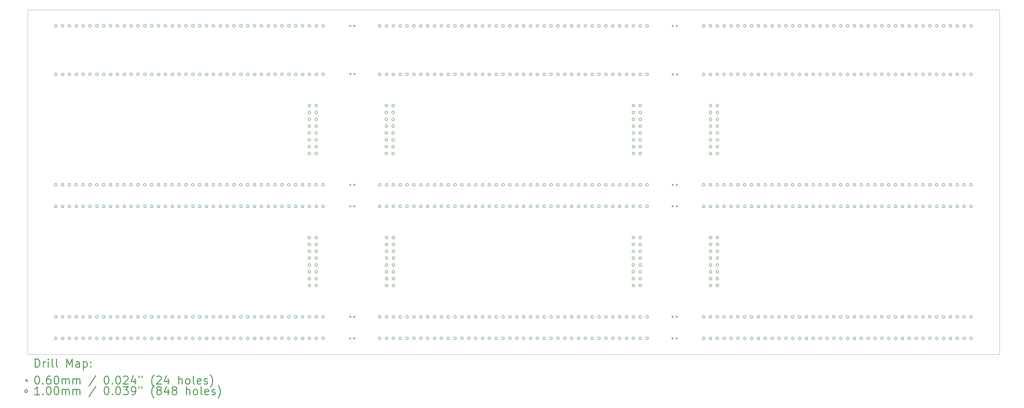
<source format=gbr>
%FSLAX45Y45*%
G04 Gerber Fmt 4.5, Leading zero omitted, Abs format (unit mm)*
G04 Created by KiCad (PCBNEW (5.1.9)-1) date 2021-10-03 21:19:09*
%MOMM*%
%LPD*%
G01*
G04 APERTURE LIST*
%TA.AperFunction,Profile*%
%ADD10C,0.100000*%
%TD*%
%ADD11C,0.200000*%
%ADD12C,0.300000*%
G04 APERTURE END LIST*
D10*
X39740000Y-16900000D02*
X39740000Y-4100000D01*
X3740000Y-16900000D02*
X39740000Y-16900000D01*
X3740000Y-4100000D02*
X3740000Y-16900000D01*
X39740000Y-4100000D02*
X3740000Y-4100000D01*
D11*
X15660000Y-4670000D02*
X15720000Y-4730000D01*
X15720000Y-4670000D02*
X15660000Y-4730000D01*
X15660000Y-10570000D02*
X15720000Y-10630000D01*
X15720000Y-10570000D02*
X15660000Y-10630000D01*
X15660000Y-11370000D02*
X15720000Y-11430000D01*
X15720000Y-11370000D02*
X15660000Y-11430000D01*
X15660000Y-15470000D02*
X15720000Y-15530000D01*
X15720000Y-15470000D02*
X15660000Y-15530000D01*
X15660000Y-16270000D02*
X15720000Y-16330000D01*
X15720000Y-16270000D02*
X15660000Y-16330000D01*
X15670000Y-6460000D02*
X15730000Y-6520000D01*
X15730000Y-6460000D02*
X15670000Y-6520000D01*
X15810000Y-4670000D02*
X15870000Y-4730000D01*
X15870000Y-4670000D02*
X15810000Y-4730000D01*
X15810000Y-10570000D02*
X15870000Y-10630000D01*
X15870000Y-10570000D02*
X15810000Y-10630000D01*
X15810000Y-11370000D02*
X15870000Y-11430000D01*
X15870000Y-11370000D02*
X15810000Y-11430000D01*
X15810000Y-15470000D02*
X15870000Y-15530000D01*
X15870000Y-15470000D02*
X15810000Y-15530000D01*
X15810000Y-16270000D02*
X15870000Y-16330000D01*
X15870000Y-16270000D02*
X15810000Y-16330000D01*
X15820000Y-6460000D02*
X15880000Y-6520000D01*
X15880000Y-6460000D02*
X15820000Y-6520000D01*
X27600000Y-15470000D02*
X27660000Y-15530000D01*
X27660000Y-15470000D02*
X27600000Y-15530000D01*
X27600000Y-16270000D02*
X27660000Y-16330000D01*
X27660000Y-16270000D02*
X27600000Y-16330000D01*
X27610000Y-4670000D02*
X27670000Y-4730000D01*
X27670000Y-4670000D02*
X27610000Y-4730000D01*
X27610000Y-6470000D02*
X27670000Y-6530000D01*
X27670000Y-6470000D02*
X27610000Y-6530000D01*
X27610000Y-10570000D02*
X27670000Y-10630000D01*
X27670000Y-10570000D02*
X27610000Y-10630000D01*
X27610000Y-11370000D02*
X27670000Y-11430000D01*
X27670000Y-11370000D02*
X27610000Y-11430000D01*
X27750000Y-15470000D02*
X27810000Y-15530000D01*
X27810000Y-15470000D02*
X27750000Y-15530000D01*
X27750000Y-16270000D02*
X27810000Y-16330000D01*
X27810000Y-16270000D02*
X27750000Y-16330000D01*
X27760000Y-4670000D02*
X27820000Y-4730000D01*
X27820000Y-4670000D02*
X27760000Y-4730000D01*
X27760000Y-6470000D02*
X27820000Y-6530000D01*
X27820000Y-6470000D02*
X27760000Y-6530000D01*
X27760000Y-10570000D02*
X27820000Y-10630000D01*
X27820000Y-10570000D02*
X27760000Y-10630000D01*
X27760000Y-11370000D02*
X27820000Y-11430000D01*
X27820000Y-11370000D02*
X27760000Y-11430000D01*
X4830000Y-4700000D02*
G75*
G03*
X4830000Y-4700000I-50000J0D01*
G01*
X4830000Y-6500000D02*
G75*
G03*
X4830000Y-6500000I-50000J0D01*
G01*
X4830000Y-10600000D02*
G75*
G03*
X4830000Y-10600000I-50000J0D01*
G01*
X4830000Y-11400000D02*
G75*
G03*
X4830000Y-11400000I-50000J0D01*
G01*
X4830000Y-15500000D02*
G75*
G03*
X4830000Y-15500000I-50000J0D01*
G01*
X4830000Y-16300000D02*
G75*
G03*
X4830000Y-16300000I-50000J0D01*
G01*
X5084000Y-4700000D02*
G75*
G03*
X5084000Y-4700000I-50000J0D01*
G01*
X5084000Y-6500000D02*
G75*
G03*
X5084000Y-6500000I-50000J0D01*
G01*
X5084000Y-10600000D02*
G75*
G03*
X5084000Y-10600000I-50000J0D01*
G01*
X5084000Y-11400000D02*
G75*
G03*
X5084000Y-11400000I-50000J0D01*
G01*
X5084000Y-15500000D02*
G75*
G03*
X5084000Y-15500000I-50000J0D01*
G01*
X5084000Y-16300000D02*
G75*
G03*
X5084000Y-16300000I-50000J0D01*
G01*
X5338000Y-4700000D02*
G75*
G03*
X5338000Y-4700000I-50000J0D01*
G01*
X5338000Y-6500000D02*
G75*
G03*
X5338000Y-6500000I-50000J0D01*
G01*
X5338000Y-10600000D02*
G75*
G03*
X5338000Y-10600000I-50000J0D01*
G01*
X5338000Y-11400000D02*
G75*
G03*
X5338000Y-11400000I-50000J0D01*
G01*
X5338000Y-15500000D02*
G75*
G03*
X5338000Y-15500000I-50000J0D01*
G01*
X5338000Y-16300000D02*
G75*
G03*
X5338000Y-16300000I-50000J0D01*
G01*
X5592000Y-4700000D02*
G75*
G03*
X5592000Y-4700000I-50000J0D01*
G01*
X5592000Y-6500000D02*
G75*
G03*
X5592000Y-6500000I-50000J0D01*
G01*
X5592000Y-10600000D02*
G75*
G03*
X5592000Y-10600000I-50000J0D01*
G01*
X5592000Y-11400000D02*
G75*
G03*
X5592000Y-11400000I-50000J0D01*
G01*
X5592000Y-15500000D02*
G75*
G03*
X5592000Y-15500000I-50000J0D01*
G01*
X5592000Y-16300000D02*
G75*
G03*
X5592000Y-16300000I-50000J0D01*
G01*
X5846000Y-4700000D02*
G75*
G03*
X5846000Y-4700000I-50000J0D01*
G01*
X5846000Y-6500000D02*
G75*
G03*
X5846000Y-6500000I-50000J0D01*
G01*
X5846000Y-10600000D02*
G75*
G03*
X5846000Y-10600000I-50000J0D01*
G01*
X5846000Y-11400000D02*
G75*
G03*
X5846000Y-11400000I-50000J0D01*
G01*
X5846000Y-15500000D02*
G75*
G03*
X5846000Y-15500000I-50000J0D01*
G01*
X5846000Y-16300000D02*
G75*
G03*
X5846000Y-16300000I-50000J0D01*
G01*
X6100000Y-4700000D02*
G75*
G03*
X6100000Y-4700000I-50000J0D01*
G01*
X6100000Y-6500000D02*
G75*
G03*
X6100000Y-6500000I-50000J0D01*
G01*
X6100000Y-10600000D02*
G75*
G03*
X6100000Y-10600000I-50000J0D01*
G01*
X6100000Y-11400000D02*
G75*
G03*
X6100000Y-11400000I-50000J0D01*
G01*
X6100000Y-15500000D02*
G75*
G03*
X6100000Y-15500000I-50000J0D01*
G01*
X6100000Y-16300000D02*
G75*
G03*
X6100000Y-16300000I-50000J0D01*
G01*
X6354000Y-4700000D02*
G75*
G03*
X6354000Y-4700000I-50000J0D01*
G01*
X6354000Y-6500000D02*
G75*
G03*
X6354000Y-6500000I-50000J0D01*
G01*
X6354000Y-10600000D02*
G75*
G03*
X6354000Y-10600000I-50000J0D01*
G01*
X6354000Y-11400000D02*
G75*
G03*
X6354000Y-11400000I-50000J0D01*
G01*
X6354000Y-15500000D02*
G75*
G03*
X6354000Y-15500000I-50000J0D01*
G01*
X6354000Y-16300000D02*
G75*
G03*
X6354000Y-16300000I-50000J0D01*
G01*
X6608000Y-4700000D02*
G75*
G03*
X6608000Y-4700000I-50000J0D01*
G01*
X6608000Y-6500000D02*
G75*
G03*
X6608000Y-6500000I-50000J0D01*
G01*
X6608000Y-10600000D02*
G75*
G03*
X6608000Y-10600000I-50000J0D01*
G01*
X6608000Y-11400000D02*
G75*
G03*
X6608000Y-11400000I-50000J0D01*
G01*
X6608000Y-15500000D02*
G75*
G03*
X6608000Y-15500000I-50000J0D01*
G01*
X6608000Y-16300000D02*
G75*
G03*
X6608000Y-16300000I-50000J0D01*
G01*
X6862000Y-4700000D02*
G75*
G03*
X6862000Y-4700000I-50000J0D01*
G01*
X6862000Y-6500000D02*
G75*
G03*
X6862000Y-6500000I-50000J0D01*
G01*
X6862000Y-10600000D02*
G75*
G03*
X6862000Y-10600000I-50000J0D01*
G01*
X6862000Y-11400000D02*
G75*
G03*
X6862000Y-11400000I-50000J0D01*
G01*
X6862000Y-15500000D02*
G75*
G03*
X6862000Y-15500000I-50000J0D01*
G01*
X6862000Y-16300000D02*
G75*
G03*
X6862000Y-16300000I-50000J0D01*
G01*
X7116000Y-4700000D02*
G75*
G03*
X7116000Y-4700000I-50000J0D01*
G01*
X7116000Y-6500000D02*
G75*
G03*
X7116000Y-6500000I-50000J0D01*
G01*
X7116000Y-10600000D02*
G75*
G03*
X7116000Y-10600000I-50000J0D01*
G01*
X7116000Y-11400000D02*
G75*
G03*
X7116000Y-11400000I-50000J0D01*
G01*
X7116000Y-15500000D02*
G75*
G03*
X7116000Y-15500000I-50000J0D01*
G01*
X7116000Y-16300000D02*
G75*
G03*
X7116000Y-16300000I-50000J0D01*
G01*
X7370000Y-4700000D02*
G75*
G03*
X7370000Y-4700000I-50000J0D01*
G01*
X7370000Y-6500000D02*
G75*
G03*
X7370000Y-6500000I-50000J0D01*
G01*
X7370000Y-10600000D02*
G75*
G03*
X7370000Y-10600000I-50000J0D01*
G01*
X7370000Y-11400000D02*
G75*
G03*
X7370000Y-11400000I-50000J0D01*
G01*
X7370000Y-15500000D02*
G75*
G03*
X7370000Y-15500000I-50000J0D01*
G01*
X7370000Y-16300000D02*
G75*
G03*
X7370000Y-16300000I-50000J0D01*
G01*
X7624000Y-4700000D02*
G75*
G03*
X7624000Y-4700000I-50000J0D01*
G01*
X7624000Y-6500000D02*
G75*
G03*
X7624000Y-6500000I-50000J0D01*
G01*
X7624000Y-10600000D02*
G75*
G03*
X7624000Y-10600000I-50000J0D01*
G01*
X7624000Y-11400000D02*
G75*
G03*
X7624000Y-11400000I-50000J0D01*
G01*
X7624000Y-15500000D02*
G75*
G03*
X7624000Y-15500000I-50000J0D01*
G01*
X7624000Y-16300000D02*
G75*
G03*
X7624000Y-16300000I-50000J0D01*
G01*
X7878000Y-4700000D02*
G75*
G03*
X7878000Y-4700000I-50000J0D01*
G01*
X7878000Y-6500000D02*
G75*
G03*
X7878000Y-6500000I-50000J0D01*
G01*
X7878000Y-10600000D02*
G75*
G03*
X7878000Y-10600000I-50000J0D01*
G01*
X7878000Y-11400000D02*
G75*
G03*
X7878000Y-11400000I-50000J0D01*
G01*
X7878000Y-15500000D02*
G75*
G03*
X7878000Y-15500000I-50000J0D01*
G01*
X7878000Y-16300000D02*
G75*
G03*
X7878000Y-16300000I-50000J0D01*
G01*
X8132000Y-4700000D02*
G75*
G03*
X8132000Y-4700000I-50000J0D01*
G01*
X8132000Y-6500000D02*
G75*
G03*
X8132000Y-6500000I-50000J0D01*
G01*
X8132000Y-10600000D02*
G75*
G03*
X8132000Y-10600000I-50000J0D01*
G01*
X8132000Y-11400000D02*
G75*
G03*
X8132000Y-11400000I-50000J0D01*
G01*
X8132000Y-15500000D02*
G75*
G03*
X8132000Y-15500000I-50000J0D01*
G01*
X8132000Y-16300000D02*
G75*
G03*
X8132000Y-16300000I-50000J0D01*
G01*
X8386000Y-4700000D02*
G75*
G03*
X8386000Y-4700000I-50000J0D01*
G01*
X8386000Y-6500000D02*
G75*
G03*
X8386000Y-6500000I-50000J0D01*
G01*
X8386000Y-10600000D02*
G75*
G03*
X8386000Y-10600000I-50000J0D01*
G01*
X8386000Y-11400000D02*
G75*
G03*
X8386000Y-11400000I-50000J0D01*
G01*
X8386000Y-15500000D02*
G75*
G03*
X8386000Y-15500000I-50000J0D01*
G01*
X8386000Y-16300000D02*
G75*
G03*
X8386000Y-16300000I-50000J0D01*
G01*
X8640000Y-4700000D02*
G75*
G03*
X8640000Y-4700000I-50000J0D01*
G01*
X8640000Y-6500000D02*
G75*
G03*
X8640000Y-6500000I-50000J0D01*
G01*
X8640000Y-10600000D02*
G75*
G03*
X8640000Y-10600000I-50000J0D01*
G01*
X8640000Y-11400000D02*
G75*
G03*
X8640000Y-11400000I-50000J0D01*
G01*
X8640000Y-15500000D02*
G75*
G03*
X8640000Y-15500000I-50000J0D01*
G01*
X8640000Y-16300000D02*
G75*
G03*
X8640000Y-16300000I-50000J0D01*
G01*
X8894000Y-4700000D02*
G75*
G03*
X8894000Y-4700000I-50000J0D01*
G01*
X8894000Y-6500000D02*
G75*
G03*
X8894000Y-6500000I-50000J0D01*
G01*
X8894000Y-10600000D02*
G75*
G03*
X8894000Y-10600000I-50000J0D01*
G01*
X8894000Y-11400000D02*
G75*
G03*
X8894000Y-11400000I-50000J0D01*
G01*
X8894000Y-15500000D02*
G75*
G03*
X8894000Y-15500000I-50000J0D01*
G01*
X8894000Y-16300000D02*
G75*
G03*
X8894000Y-16300000I-50000J0D01*
G01*
X9148000Y-4700000D02*
G75*
G03*
X9148000Y-4700000I-50000J0D01*
G01*
X9148000Y-6500000D02*
G75*
G03*
X9148000Y-6500000I-50000J0D01*
G01*
X9148000Y-10600000D02*
G75*
G03*
X9148000Y-10600000I-50000J0D01*
G01*
X9148000Y-11400000D02*
G75*
G03*
X9148000Y-11400000I-50000J0D01*
G01*
X9148000Y-15500000D02*
G75*
G03*
X9148000Y-15500000I-50000J0D01*
G01*
X9148000Y-16300000D02*
G75*
G03*
X9148000Y-16300000I-50000J0D01*
G01*
X9402000Y-4700000D02*
G75*
G03*
X9402000Y-4700000I-50000J0D01*
G01*
X9402000Y-6500000D02*
G75*
G03*
X9402000Y-6500000I-50000J0D01*
G01*
X9402000Y-10600000D02*
G75*
G03*
X9402000Y-10600000I-50000J0D01*
G01*
X9402000Y-11400000D02*
G75*
G03*
X9402000Y-11400000I-50000J0D01*
G01*
X9402000Y-15500000D02*
G75*
G03*
X9402000Y-15500000I-50000J0D01*
G01*
X9402000Y-16300000D02*
G75*
G03*
X9402000Y-16300000I-50000J0D01*
G01*
X9656000Y-4700000D02*
G75*
G03*
X9656000Y-4700000I-50000J0D01*
G01*
X9656000Y-6500000D02*
G75*
G03*
X9656000Y-6500000I-50000J0D01*
G01*
X9656000Y-10600000D02*
G75*
G03*
X9656000Y-10600000I-50000J0D01*
G01*
X9656000Y-11400000D02*
G75*
G03*
X9656000Y-11400000I-50000J0D01*
G01*
X9656000Y-15500000D02*
G75*
G03*
X9656000Y-15500000I-50000J0D01*
G01*
X9656000Y-16300000D02*
G75*
G03*
X9656000Y-16300000I-50000J0D01*
G01*
X9910000Y-4700000D02*
G75*
G03*
X9910000Y-4700000I-50000J0D01*
G01*
X9910000Y-6500000D02*
G75*
G03*
X9910000Y-6500000I-50000J0D01*
G01*
X9910000Y-10600000D02*
G75*
G03*
X9910000Y-10600000I-50000J0D01*
G01*
X9910000Y-11400000D02*
G75*
G03*
X9910000Y-11400000I-50000J0D01*
G01*
X9910000Y-15500000D02*
G75*
G03*
X9910000Y-15500000I-50000J0D01*
G01*
X9910000Y-16300000D02*
G75*
G03*
X9910000Y-16300000I-50000J0D01*
G01*
X10164000Y-4700000D02*
G75*
G03*
X10164000Y-4700000I-50000J0D01*
G01*
X10164000Y-6500000D02*
G75*
G03*
X10164000Y-6500000I-50000J0D01*
G01*
X10164000Y-10600000D02*
G75*
G03*
X10164000Y-10600000I-50000J0D01*
G01*
X10164000Y-11400000D02*
G75*
G03*
X10164000Y-11400000I-50000J0D01*
G01*
X10164000Y-15500000D02*
G75*
G03*
X10164000Y-15500000I-50000J0D01*
G01*
X10164000Y-16300000D02*
G75*
G03*
X10164000Y-16300000I-50000J0D01*
G01*
X10418000Y-4700000D02*
G75*
G03*
X10418000Y-4700000I-50000J0D01*
G01*
X10418000Y-6500000D02*
G75*
G03*
X10418000Y-6500000I-50000J0D01*
G01*
X10418000Y-10600000D02*
G75*
G03*
X10418000Y-10600000I-50000J0D01*
G01*
X10418000Y-11400000D02*
G75*
G03*
X10418000Y-11400000I-50000J0D01*
G01*
X10418000Y-15500000D02*
G75*
G03*
X10418000Y-15500000I-50000J0D01*
G01*
X10418000Y-16300000D02*
G75*
G03*
X10418000Y-16300000I-50000J0D01*
G01*
X10672000Y-4700000D02*
G75*
G03*
X10672000Y-4700000I-50000J0D01*
G01*
X10672000Y-6500000D02*
G75*
G03*
X10672000Y-6500000I-50000J0D01*
G01*
X10672000Y-10600000D02*
G75*
G03*
X10672000Y-10600000I-50000J0D01*
G01*
X10672000Y-11400000D02*
G75*
G03*
X10672000Y-11400000I-50000J0D01*
G01*
X10672000Y-15500000D02*
G75*
G03*
X10672000Y-15500000I-50000J0D01*
G01*
X10672000Y-16300000D02*
G75*
G03*
X10672000Y-16300000I-50000J0D01*
G01*
X10926000Y-4700000D02*
G75*
G03*
X10926000Y-4700000I-50000J0D01*
G01*
X10926000Y-6500000D02*
G75*
G03*
X10926000Y-6500000I-50000J0D01*
G01*
X10926000Y-10600000D02*
G75*
G03*
X10926000Y-10600000I-50000J0D01*
G01*
X10926000Y-11400000D02*
G75*
G03*
X10926000Y-11400000I-50000J0D01*
G01*
X10926000Y-15500000D02*
G75*
G03*
X10926000Y-15500000I-50000J0D01*
G01*
X10926000Y-16300000D02*
G75*
G03*
X10926000Y-16300000I-50000J0D01*
G01*
X11180000Y-4700000D02*
G75*
G03*
X11180000Y-4700000I-50000J0D01*
G01*
X11180000Y-6500000D02*
G75*
G03*
X11180000Y-6500000I-50000J0D01*
G01*
X11180000Y-10600000D02*
G75*
G03*
X11180000Y-10600000I-50000J0D01*
G01*
X11180000Y-11400000D02*
G75*
G03*
X11180000Y-11400000I-50000J0D01*
G01*
X11180000Y-15500000D02*
G75*
G03*
X11180000Y-15500000I-50000J0D01*
G01*
X11180000Y-16300000D02*
G75*
G03*
X11180000Y-16300000I-50000J0D01*
G01*
X11434000Y-4700000D02*
G75*
G03*
X11434000Y-4700000I-50000J0D01*
G01*
X11434000Y-6500000D02*
G75*
G03*
X11434000Y-6500000I-50000J0D01*
G01*
X11434000Y-10600000D02*
G75*
G03*
X11434000Y-10600000I-50000J0D01*
G01*
X11434000Y-11400000D02*
G75*
G03*
X11434000Y-11400000I-50000J0D01*
G01*
X11434000Y-15500000D02*
G75*
G03*
X11434000Y-15500000I-50000J0D01*
G01*
X11434000Y-16300000D02*
G75*
G03*
X11434000Y-16300000I-50000J0D01*
G01*
X11688000Y-4700000D02*
G75*
G03*
X11688000Y-4700000I-50000J0D01*
G01*
X11688000Y-6500000D02*
G75*
G03*
X11688000Y-6500000I-50000J0D01*
G01*
X11688000Y-10600000D02*
G75*
G03*
X11688000Y-10600000I-50000J0D01*
G01*
X11688000Y-11400000D02*
G75*
G03*
X11688000Y-11400000I-50000J0D01*
G01*
X11688000Y-15500000D02*
G75*
G03*
X11688000Y-15500000I-50000J0D01*
G01*
X11688000Y-16300000D02*
G75*
G03*
X11688000Y-16300000I-50000J0D01*
G01*
X11942000Y-4700000D02*
G75*
G03*
X11942000Y-4700000I-50000J0D01*
G01*
X11942000Y-6500000D02*
G75*
G03*
X11942000Y-6500000I-50000J0D01*
G01*
X11942000Y-10600000D02*
G75*
G03*
X11942000Y-10600000I-50000J0D01*
G01*
X11942000Y-11400000D02*
G75*
G03*
X11942000Y-11400000I-50000J0D01*
G01*
X11942000Y-15500000D02*
G75*
G03*
X11942000Y-15500000I-50000J0D01*
G01*
X11942000Y-16300000D02*
G75*
G03*
X11942000Y-16300000I-50000J0D01*
G01*
X12196000Y-4700000D02*
G75*
G03*
X12196000Y-4700000I-50000J0D01*
G01*
X12196000Y-6500000D02*
G75*
G03*
X12196000Y-6500000I-50000J0D01*
G01*
X12196000Y-10600000D02*
G75*
G03*
X12196000Y-10600000I-50000J0D01*
G01*
X12196000Y-11400000D02*
G75*
G03*
X12196000Y-11400000I-50000J0D01*
G01*
X12196000Y-15500000D02*
G75*
G03*
X12196000Y-15500000I-50000J0D01*
G01*
X12196000Y-16300000D02*
G75*
G03*
X12196000Y-16300000I-50000J0D01*
G01*
X12450000Y-4700000D02*
G75*
G03*
X12450000Y-4700000I-50000J0D01*
G01*
X12450000Y-6500000D02*
G75*
G03*
X12450000Y-6500000I-50000J0D01*
G01*
X12450000Y-10600000D02*
G75*
G03*
X12450000Y-10600000I-50000J0D01*
G01*
X12450000Y-11400000D02*
G75*
G03*
X12450000Y-11400000I-50000J0D01*
G01*
X12450000Y-15500000D02*
G75*
G03*
X12450000Y-15500000I-50000J0D01*
G01*
X12450000Y-16300000D02*
G75*
G03*
X12450000Y-16300000I-50000J0D01*
G01*
X12704000Y-4700000D02*
G75*
G03*
X12704000Y-4700000I-50000J0D01*
G01*
X12704000Y-6500000D02*
G75*
G03*
X12704000Y-6500000I-50000J0D01*
G01*
X12704000Y-10600000D02*
G75*
G03*
X12704000Y-10600000I-50000J0D01*
G01*
X12704000Y-11400000D02*
G75*
G03*
X12704000Y-11400000I-50000J0D01*
G01*
X12704000Y-15500000D02*
G75*
G03*
X12704000Y-15500000I-50000J0D01*
G01*
X12704000Y-16300000D02*
G75*
G03*
X12704000Y-16300000I-50000J0D01*
G01*
X12958000Y-4700000D02*
G75*
G03*
X12958000Y-4700000I-50000J0D01*
G01*
X12958000Y-6500000D02*
G75*
G03*
X12958000Y-6500000I-50000J0D01*
G01*
X12958000Y-10600000D02*
G75*
G03*
X12958000Y-10600000I-50000J0D01*
G01*
X12958000Y-11400000D02*
G75*
G03*
X12958000Y-11400000I-50000J0D01*
G01*
X12958000Y-15500000D02*
G75*
G03*
X12958000Y-15500000I-50000J0D01*
G01*
X12958000Y-16300000D02*
G75*
G03*
X12958000Y-16300000I-50000J0D01*
G01*
X13212000Y-4700000D02*
G75*
G03*
X13212000Y-4700000I-50000J0D01*
G01*
X13212000Y-6500000D02*
G75*
G03*
X13212000Y-6500000I-50000J0D01*
G01*
X13212000Y-10600000D02*
G75*
G03*
X13212000Y-10600000I-50000J0D01*
G01*
X13212000Y-11400000D02*
G75*
G03*
X13212000Y-11400000I-50000J0D01*
G01*
X13212000Y-15500000D02*
G75*
G03*
X13212000Y-15500000I-50000J0D01*
G01*
X13212000Y-16300000D02*
G75*
G03*
X13212000Y-16300000I-50000J0D01*
G01*
X13466000Y-4700000D02*
G75*
G03*
X13466000Y-4700000I-50000J0D01*
G01*
X13466000Y-6500000D02*
G75*
G03*
X13466000Y-6500000I-50000J0D01*
G01*
X13466000Y-10600000D02*
G75*
G03*
X13466000Y-10600000I-50000J0D01*
G01*
X13466000Y-11400000D02*
G75*
G03*
X13466000Y-11400000I-50000J0D01*
G01*
X13466000Y-15500000D02*
G75*
G03*
X13466000Y-15500000I-50000J0D01*
G01*
X13466000Y-16300000D02*
G75*
G03*
X13466000Y-16300000I-50000J0D01*
G01*
X13720000Y-4700000D02*
G75*
G03*
X13720000Y-4700000I-50000J0D01*
G01*
X13720000Y-6500000D02*
G75*
G03*
X13720000Y-6500000I-50000J0D01*
G01*
X13720000Y-10600000D02*
G75*
G03*
X13720000Y-10600000I-50000J0D01*
G01*
X13720000Y-11400000D02*
G75*
G03*
X13720000Y-11400000I-50000J0D01*
G01*
X13720000Y-15500000D02*
G75*
G03*
X13720000Y-15500000I-50000J0D01*
G01*
X13720000Y-16300000D02*
G75*
G03*
X13720000Y-16300000I-50000J0D01*
G01*
X13974000Y-4700000D02*
G75*
G03*
X13974000Y-4700000I-50000J0D01*
G01*
X13974000Y-6500000D02*
G75*
G03*
X13974000Y-6500000I-50000J0D01*
G01*
X13974000Y-10600000D02*
G75*
G03*
X13974000Y-10600000I-50000J0D01*
G01*
X13974000Y-11400000D02*
G75*
G03*
X13974000Y-11400000I-50000J0D01*
G01*
X13974000Y-15500000D02*
G75*
G03*
X13974000Y-15500000I-50000J0D01*
G01*
X13974000Y-16300000D02*
G75*
G03*
X13974000Y-16300000I-50000J0D01*
G01*
X14226000Y-7660000D02*
G75*
G03*
X14226000Y-7660000I-50000J0D01*
G01*
X14226000Y-7914000D02*
G75*
G03*
X14226000Y-7914000I-50000J0D01*
G01*
X14226000Y-8168000D02*
G75*
G03*
X14226000Y-8168000I-50000J0D01*
G01*
X14226000Y-8422000D02*
G75*
G03*
X14226000Y-8422000I-50000J0D01*
G01*
X14226000Y-8676000D02*
G75*
G03*
X14226000Y-8676000I-50000J0D01*
G01*
X14226000Y-8930000D02*
G75*
G03*
X14226000Y-8930000I-50000J0D01*
G01*
X14226000Y-9184000D02*
G75*
G03*
X14226000Y-9184000I-50000J0D01*
G01*
X14226000Y-9438000D02*
G75*
G03*
X14226000Y-9438000I-50000J0D01*
G01*
X14226000Y-12560000D02*
G75*
G03*
X14226000Y-12560000I-50000J0D01*
G01*
X14226000Y-12814000D02*
G75*
G03*
X14226000Y-12814000I-50000J0D01*
G01*
X14226000Y-13068000D02*
G75*
G03*
X14226000Y-13068000I-50000J0D01*
G01*
X14226000Y-13322000D02*
G75*
G03*
X14226000Y-13322000I-50000J0D01*
G01*
X14226000Y-13576000D02*
G75*
G03*
X14226000Y-13576000I-50000J0D01*
G01*
X14226000Y-13830000D02*
G75*
G03*
X14226000Y-13830000I-50000J0D01*
G01*
X14226000Y-14084000D02*
G75*
G03*
X14226000Y-14084000I-50000J0D01*
G01*
X14226000Y-14338000D02*
G75*
G03*
X14226000Y-14338000I-50000J0D01*
G01*
X14228000Y-4700000D02*
G75*
G03*
X14228000Y-4700000I-50000J0D01*
G01*
X14228000Y-6500000D02*
G75*
G03*
X14228000Y-6500000I-50000J0D01*
G01*
X14228000Y-10600000D02*
G75*
G03*
X14228000Y-10600000I-50000J0D01*
G01*
X14228000Y-11400000D02*
G75*
G03*
X14228000Y-11400000I-50000J0D01*
G01*
X14228000Y-15500000D02*
G75*
G03*
X14228000Y-15500000I-50000J0D01*
G01*
X14228000Y-16300000D02*
G75*
G03*
X14228000Y-16300000I-50000J0D01*
G01*
X14480000Y-7660000D02*
G75*
G03*
X14480000Y-7660000I-50000J0D01*
G01*
X14480000Y-7914000D02*
G75*
G03*
X14480000Y-7914000I-50000J0D01*
G01*
X14480000Y-8168000D02*
G75*
G03*
X14480000Y-8168000I-50000J0D01*
G01*
X14480000Y-8422000D02*
G75*
G03*
X14480000Y-8422000I-50000J0D01*
G01*
X14480000Y-8676000D02*
G75*
G03*
X14480000Y-8676000I-50000J0D01*
G01*
X14480000Y-8930000D02*
G75*
G03*
X14480000Y-8930000I-50000J0D01*
G01*
X14480000Y-9184000D02*
G75*
G03*
X14480000Y-9184000I-50000J0D01*
G01*
X14480000Y-9438000D02*
G75*
G03*
X14480000Y-9438000I-50000J0D01*
G01*
X14480000Y-12560000D02*
G75*
G03*
X14480000Y-12560000I-50000J0D01*
G01*
X14480000Y-12814000D02*
G75*
G03*
X14480000Y-12814000I-50000J0D01*
G01*
X14480000Y-13068000D02*
G75*
G03*
X14480000Y-13068000I-50000J0D01*
G01*
X14480000Y-13322000D02*
G75*
G03*
X14480000Y-13322000I-50000J0D01*
G01*
X14480000Y-13576000D02*
G75*
G03*
X14480000Y-13576000I-50000J0D01*
G01*
X14480000Y-13830000D02*
G75*
G03*
X14480000Y-13830000I-50000J0D01*
G01*
X14480000Y-14084000D02*
G75*
G03*
X14480000Y-14084000I-50000J0D01*
G01*
X14480000Y-14338000D02*
G75*
G03*
X14480000Y-14338000I-50000J0D01*
G01*
X14482000Y-4700000D02*
G75*
G03*
X14482000Y-4700000I-50000J0D01*
G01*
X14482000Y-6500000D02*
G75*
G03*
X14482000Y-6500000I-50000J0D01*
G01*
X14482000Y-10600000D02*
G75*
G03*
X14482000Y-10600000I-50000J0D01*
G01*
X14482000Y-11400000D02*
G75*
G03*
X14482000Y-11400000I-50000J0D01*
G01*
X14482000Y-15500000D02*
G75*
G03*
X14482000Y-15500000I-50000J0D01*
G01*
X14482000Y-16300000D02*
G75*
G03*
X14482000Y-16300000I-50000J0D01*
G01*
X14736000Y-4700000D02*
G75*
G03*
X14736000Y-4700000I-50000J0D01*
G01*
X14736000Y-6500000D02*
G75*
G03*
X14736000Y-6500000I-50000J0D01*
G01*
X14736000Y-10600000D02*
G75*
G03*
X14736000Y-10600000I-50000J0D01*
G01*
X14736000Y-11400000D02*
G75*
G03*
X14736000Y-11400000I-50000J0D01*
G01*
X14736000Y-15500000D02*
G75*
G03*
X14736000Y-15500000I-50000J0D01*
G01*
X14736000Y-16300000D02*
G75*
G03*
X14736000Y-16300000I-50000J0D01*
G01*
X16830000Y-4700000D02*
G75*
G03*
X16830000Y-4700000I-50000J0D01*
G01*
X16830000Y-6500000D02*
G75*
G03*
X16830000Y-6500000I-50000J0D01*
G01*
X16830000Y-10600000D02*
G75*
G03*
X16830000Y-10600000I-50000J0D01*
G01*
X16830000Y-11400000D02*
G75*
G03*
X16830000Y-11400000I-50000J0D01*
G01*
X16830000Y-15500000D02*
G75*
G03*
X16830000Y-15500000I-50000J0D01*
G01*
X16830000Y-16300000D02*
G75*
G03*
X16830000Y-16300000I-50000J0D01*
G01*
X17076000Y-7660000D02*
G75*
G03*
X17076000Y-7660000I-50000J0D01*
G01*
X17076000Y-7914000D02*
G75*
G03*
X17076000Y-7914000I-50000J0D01*
G01*
X17076000Y-8168000D02*
G75*
G03*
X17076000Y-8168000I-50000J0D01*
G01*
X17076000Y-8422000D02*
G75*
G03*
X17076000Y-8422000I-50000J0D01*
G01*
X17076000Y-8676000D02*
G75*
G03*
X17076000Y-8676000I-50000J0D01*
G01*
X17076000Y-8930000D02*
G75*
G03*
X17076000Y-8930000I-50000J0D01*
G01*
X17076000Y-9184000D02*
G75*
G03*
X17076000Y-9184000I-50000J0D01*
G01*
X17076000Y-9438000D02*
G75*
G03*
X17076000Y-9438000I-50000J0D01*
G01*
X17084000Y-4700000D02*
G75*
G03*
X17084000Y-4700000I-50000J0D01*
G01*
X17084000Y-6500000D02*
G75*
G03*
X17084000Y-6500000I-50000J0D01*
G01*
X17084000Y-10600000D02*
G75*
G03*
X17084000Y-10600000I-50000J0D01*
G01*
X17084000Y-11400000D02*
G75*
G03*
X17084000Y-11400000I-50000J0D01*
G01*
X17084000Y-15500000D02*
G75*
G03*
X17084000Y-15500000I-50000J0D01*
G01*
X17084000Y-16300000D02*
G75*
G03*
X17084000Y-16300000I-50000J0D01*
G01*
X17086000Y-12560000D02*
G75*
G03*
X17086000Y-12560000I-50000J0D01*
G01*
X17086000Y-12814000D02*
G75*
G03*
X17086000Y-12814000I-50000J0D01*
G01*
X17086000Y-13068000D02*
G75*
G03*
X17086000Y-13068000I-50000J0D01*
G01*
X17086000Y-13322000D02*
G75*
G03*
X17086000Y-13322000I-50000J0D01*
G01*
X17086000Y-13576000D02*
G75*
G03*
X17086000Y-13576000I-50000J0D01*
G01*
X17086000Y-13830000D02*
G75*
G03*
X17086000Y-13830000I-50000J0D01*
G01*
X17086000Y-14084000D02*
G75*
G03*
X17086000Y-14084000I-50000J0D01*
G01*
X17086000Y-14338000D02*
G75*
G03*
X17086000Y-14338000I-50000J0D01*
G01*
X17330000Y-7660000D02*
G75*
G03*
X17330000Y-7660000I-50000J0D01*
G01*
X17330000Y-7914000D02*
G75*
G03*
X17330000Y-7914000I-50000J0D01*
G01*
X17330000Y-8168000D02*
G75*
G03*
X17330000Y-8168000I-50000J0D01*
G01*
X17330000Y-8422000D02*
G75*
G03*
X17330000Y-8422000I-50000J0D01*
G01*
X17330000Y-8676000D02*
G75*
G03*
X17330000Y-8676000I-50000J0D01*
G01*
X17330000Y-8930000D02*
G75*
G03*
X17330000Y-8930000I-50000J0D01*
G01*
X17330000Y-9184000D02*
G75*
G03*
X17330000Y-9184000I-50000J0D01*
G01*
X17330000Y-9438000D02*
G75*
G03*
X17330000Y-9438000I-50000J0D01*
G01*
X17338000Y-4700000D02*
G75*
G03*
X17338000Y-4700000I-50000J0D01*
G01*
X17338000Y-6500000D02*
G75*
G03*
X17338000Y-6500000I-50000J0D01*
G01*
X17338000Y-10600000D02*
G75*
G03*
X17338000Y-10600000I-50000J0D01*
G01*
X17338000Y-11400000D02*
G75*
G03*
X17338000Y-11400000I-50000J0D01*
G01*
X17338000Y-15500000D02*
G75*
G03*
X17338000Y-15500000I-50000J0D01*
G01*
X17338000Y-16300000D02*
G75*
G03*
X17338000Y-16300000I-50000J0D01*
G01*
X17340000Y-12560000D02*
G75*
G03*
X17340000Y-12560000I-50000J0D01*
G01*
X17340000Y-12814000D02*
G75*
G03*
X17340000Y-12814000I-50000J0D01*
G01*
X17340000Y-13068000D02*
G75*
G03*
X17340000Y-13068000I-50000J0D01*
G01*
X17340000Y-13322000D02*
G75*
G03*
X17340000Y-13322000I-50000J0D01*
G01*
X17340000Y-13576000D02*
G75*
G03*
X17340000Y-13576000I-50000J0D01*
G01*
X17340000Y-13830000D02*
G75*
G03*
X17340000Y-13830000I-50000J0D01*
G01*
X17340000Y-14084000D02*
G75*
G03*
X17340000Y-14084000I-50000J0D01*
G01*
X17340000Y-14338000D02*
G75*
G03*
X17340000Y-14338000I-50000J0D01*
G01*
X17592000Y-4700000D02*
G75*
G03*
X17592000Y-4700000I-50000J0D01*
G01*
X17592000Y-6500000D02*
G75*
G03*
X17592000Y-6500000I-50000J0D01*
G01*
X17592000Y-10600000D02*
G75*
G03*
X17592000Y-10600000I-50000J0D01*
G01*
X17592000Y-11400000D02*
G75*
G03*
X17592000Y-11400000I-50000J0D01*
G01*
X17592000Y-15500000D02*
G75*
G03*
X17592000Y-15500000I-50000J0D01*
G01*
X17592000Y-16300000D02*
G75*
G03*
X17592000Y-16300000I-50000J0D01*
G01*
X17846000Y-4700000D02*
G75*
G03*
X17846000Y-4700000I-50000J0D01*
G01*
X17846000Y-6500000D02*
G75*
G03*
X17846000Y-6500000I-50000J0D01*
G01*
X17846000Y-10600000D02*
G75*
G03*
X17846000Y-10600000I-50000J0D01*
G01*
X17846000Y-11400000D02*
G75*
G03*
X17846000Y-11400000I-50000J0D01*
G01*
X17846000Y-15500000D02*
G75*
G03*
X17846000Y-15500000I-50000J0D01*
G01*
X17846000Y-16300000D02*
G75*
G03*
X17846000Y-16300000I-50000J0D01*
G01*
X18100000Y-4700000D02*
G75*
G03*
X18100000Y-4700000I-50000J0D01*
G01*
X18100000Y-6500000D02*
G75*
G03*
X18100000Y-6500000I-50000J0D01*
G01*
X18100000Y-10600000D02*
G75*
G03*
X18100000Y-10600000I-50000J0D01*
G01*
X18100000Y-11400000D02*
G75*
G03*
X18100000Y-11400000I-50000J0D01*
G01*
X18100000Y-15500000D02*
G75*
G03*
X18100000Y-15500000I-50000J0D01*
G01*
X18100000Y-16300000D02*
G75*
G03*
X18100000Y-16300000I-50000J0D01*
G01*
X18354000Y-4700000D02*
G75*
G03*
X18354000Y-4700000I-50000J0D01*
G01*
X18354000Y-6500000D02*
G75*
G03*
X18354000Y-6500000I-50000J0D01*
G01*
X18354000Y-10600000D02*
G75*
G03*
X18354000Y-10600000I-50000J0D01*
G01*
X18354000Y-11400000D02*
G75*
G03*
X18354000Y-11400000I-50000J0D01*
G01*
X18354000Y-15500000D02*
G75*
G03*
X18354000Y-15500000I-50000J0D01*
G01*
X18354000Y-16300000D02*
G75*
G03*
X18354000Y-16300000I-50000J0D01*
G01*
X18608000Y-4700000D02*
G75*
G03*
X18608000Y-4700000I-50000J0D01*
G01*
X18608000Y-6500000D02*
G75*
G03*
X18608000Y-6500000I-50000J0D01*
G01*
X18608000Y-10600000D02*
G75*
G03*
X18608000Y-10600000I-50000J0D01*
G01*
X18608000Y-11400000D02*
G75*
G03*
X18608000Y-11400000I-50000J0D01*
G01*
X18608000Y-15500000D02*
G75*
G03*
X18608000Y-15500000I-50000J0D01*
G01*
X18608000Y-16300000D02*
G75*
G03*
X18608000Y-16300000I-50000J0D01*
G01*
X18862000Y-4700000D02*
G75*
G03*
X18862000Y-4700000I-50000J0D01*
G01*
X18862000Y-6500000D02*
G75*
G03*
X18862000Y-6500000I-50000J0D01*
G01*
X18862000Y-10600000D02*
G75*
G03*
X18862000Y-10600000I-50000J0D01*
G01*
X18862000Y-11400000D02*
G75*
G03*
X18862000Y-11400000I-50000J0D01*
G01*
X18862000Y-15500000D02*
G75*
G03*
X18862000Y-15500000I-50000J0D01*
G01*
X18862000Y-16300000D02*
G75*
G03*
X18862000Y-16300000I-50000J0D01*
G01*
X19116000Y-4700000D02*
G75*
G03*
X19116000Y-4700000I-50000J0D01*
G01*
X19116000Y-6500000D02*
G75*
G03*
X19116000Y-6500000I-50000J0D01*
G01*
X19116000Y-10600000D02*
G75*
G03*
X19116000Y-10600000I-50000J0D01*
G01*
X19116000Y-11400000D02*
G75*
G03*
X19116000Y-11400000I-50000J0D01*
G01*
X19116000Y-15500000D02*
G75*
G03*
X19116000Y-15500000I-50000J0D01*
G01*
X19116000Y-16300000D02*
G75*
G03*
X19116000Y-16300000I-50000J0D01*
G01*
X19370000Y-4700000D02*
G75*
G03*
X19370000Y-4700000I-50000J0D01*
G01*
X19370000Y-6500000D02*
G75*
G03*
X19370000Y-6500000I-50000J0D01*
G01*
X19370000Y-10600000D02*
G75*
G03*
X19370000Y-10600000I-50000J0D01*
G01*
X19370000Y-11400000D02*
G75*
G03*
X19370000Y-11400000I-50000J0D01*
G01*
X19370000Y-15500000D02*
G75*
G03*
X19370000Y-15500000I-50000J0D01*
G01*
X19370000Y-16300000D02*
G75*
G03*
X19370000Y-16300000I-50000J0D01*
G01*
X19624000Y-4700000D02*
G75*
G03*
X19624000Y-4700000I-50000J0D01*
G01*
X19624000Y-6500000D02*
G75*
G03*
X19624000Y-6500000I-50000J0D01*
G01*
X19624000Y-10600000D02*
G75*
G03*
X19624000Y-10600000I-50000J0D01*
G01*
X19624000Y-11400000D02*
G75*
G03*
X19624000Y-11400000I-50000J0D01*
G01*
X19624000Y-15500000D02*
G75*
G03*
X19624000Y-15500000I-50000J0D01*
G01*
X19624000Y-16300000D02*
G75*
G03*
X19624000Y-16300000I-50000J0D01*
G01*
X19878000Y-4700000D02*
G75*
G03*
X19878000Y-4700000I-50000J0D01*
G01*
X19878000Y-6500000D02*
G75*
G03*
X19878000Y-6500000I-50000J0D01*
G01*
X19878000Y-10600000D02*
G75*
G03*
X19878000Y-10600000I-50000J0D01*
G01*
X19878000Y-11400000D02*
G75*
G03*
X19878000Y-11400000I-50000J0D01*
G01*
X19878000Y-15500000D02*
G75*
G03*
X19878000Y-15500000I-50000J0D01*
G01*
X19878000Y-16300000D02*
G75*
G03*
X19878000Y-16300000I-50000J0D01*
G01*
X20132000Y-4700000D02*
G75*
G03*
X20132000Y-4700000I-50000J0D01*
G01*
X20132000Y-6500000D02*
G75*
G03*
X20132000Y-6500000I-50000J0D01*
G01*
X20132000Y-10600000D02*
G75*
G03*
X20132000Y-10600000I-50000J0D01*
G01*
X20132000Y-11400000D02*
G75*
G03*
X20132000Y-11400000I-50000J0D01*
G01*
X20132000Y-15500000D02*
G75*
G03*
X20132000Y-15500000I-50000J0D01*
G01*
X20132000Y-16300000D02*
G75*
G03*
X20132000Y-16300000I-50000J0D01*
G01*
X20386000Y-4700000D02*
G75*
G03*
X20386000Y-4700000I-50000J0D01*
G01*
X20386000Y-6500000D02*
G75*
G03*
X20386000Y-6500000I-50000J0D01*
G01*
X20386000Y-10600000D02*
G75*
G03*
X20386000Y-10600000I-50000J0D01*
G01*
X20386000Y-11400000D02*
G75*
G03*
X20386000Y-11400000I-50000J0D01*
G01*
X20386000Y-15500000D02*
G75*
G03*
X20386000Y-15500000I-50000J0D01*
G01*
X20386000Y-16300000D02*
G75*
G03*
X20386000Y-16300000I-50000J0D01*
G01*
X20640000Y-4700000D02*
G75*
G03*
X20640000Y-4700000I-50000J0D01*
G01*
X20640000Y-6500000D02*
G75*
G03*
X20640000Y-6500000I-50000J0D01*
G01*
X20640000Y-10600000D02*
G75*
G03*
X20640000Y-10600000I-50000J0D01*
G01*
X20640000Y-11400000D02*
G75*
G03*
X20640000Y-11400000I-50000J0D01*
G01*
X20640000Y-15500000D02*
G75*
G03*
X20640000Y-15500000I-50000J0D01*
G01*
X20640000Y-16300000D02*
G75*
G03*
X20640000Y-16300000I-50000J0D01*
G01*
X20894000Y-4700000D02*
G75*
G03*
X20894000Y-4700000I-50000J0D01*
G01*
X20894000Y-6500000D02*
G75*
G03*
X20894000Y-6500000I-50000J0D01*
G01*
X20894000Y-10600000D02*
G75*
G03*
X20894000Y-10600000I-50000J0D01*
G01*
X20894000Y-11400000D02*
G75*
G03*
X20894000Y-11400000I-50000J0D01*
G01*
X20894000Y-15500000D02*
G75*
G03*
X20894000Y-15500000I-50000J0D01*
G01*
X20894000Y-16300000D02*
G75*
G03*
X20894000Y-16300000I-50000J0D01*
G01*
X21148000Y-4700000D02*
G75*
G03*
X21148000Y-4700000I-50000J0D01*
G01*
X21148000Y-6500000D02*
G75*
G03*
X21148000Y-6500000I-50000J0D01*
G01*
X21148000Y-10600000D02*
G75*
G03*
X21148000Y-10600000I-50000J0D01*
G01*
X21148000Y-11400000D02*
G75*
G03*
X21148000Y-11400000I-50000J0D01*
G01*
X21148000Y-15500000D02*
G75*
G03*
X21148000Y-15500000I-50000J0D01*
G01*
X21148000Y-16300000D02*
G75*
G03*
X21148000Y-16300000I-50000J0D01*
G01*
X21402000Y-4700000D02*
G75*
G03*
X21402000Y-4700000I-50000J0D01*
G01*
X21402000Y-6500000D02*
G75*
G03*
X21402000Y-6500000I-50000J0D01*
G01*
X21402000Y-10600000D02*
G75*
G03*
X21402000Y-10600000I-50000J0D01*
G01*
X21402000Y-11400000D02*
G75*
G03*
X21402000Y-11400000I-50000J0D01*
G01*
X21402000Y-15500000D02*
G75*
G03*
X21402000Y-15500000I-50000J0D01*
G01*
X21402000Y-16300000D02*
G75*
G03*
X21402000Y-16300000I-50000J0D01*
G01*
X21656000Y-4700000D02*
G75*
G03*
X21656000Y-4700000I-50000J0D01*
G01*
X21656000Y-6500000D02*
G75*
G03*
X21656000Y-6500000I-50000J0D01*
G01*
X21656000Y-10600000D02*
G75*
G03*
X21656000Y-10600000I-50000J0D01*
G01*
X21656000Y-11400000D02*
G75*
G03*
X21656000Y-11400000I-50000J0D01*
G01*
X21656000Y-15500000D02*
G75*
G03*
X21656000Y-15500000I-50000J0D01*
G01*
X21656000Y-16300000D02*
G75*
G03*
X21656000Y-16300000I-50000J0D01*
G01*
X21910000Y-4700000D02*
G75*
G03*
X21910000Y-4700000I-50000J0D01*
G01*
X21910000Y-6500000D02*
G75*
G03*
X21910000Y-6500000I-50000J0D01*
G01*
X21910000Y-10600000D02*
G75*
G03*
X21910000Y-10600000I-50000J0D01*
G01*
X21910000Y-11400000D02*
G75*
G03*
X21910000Y-11400000I-50000J0D01*
G01*
X21910000Y-15500000D02*
G75*
G03*
X21910000Y-15500000I-50000J0D01*
G01*
X21910000Y-16300000D02*
G75*
G03*
X21910000Y-16300000I-50000J0D01*
G01*
X22164000Y-4700000D02*
G75*
G03*
X22164000Y-4700000I-50000J0D01*
G01*
X22164000Y-6500000D02*
G75*
G03*
X22164000Y-6500000I-50000J0D01*
G01*
X22164000Y-10600000D02*
G75*
G03*
X22164000Y-10600000I-50000J0D01*
G01*
X22164000Y-11400000D02*
G75*
G03*
X22164000Y-11400000I-50000J0D01*
G01*
X22164000Y-15500000D02*
G75*
G03*
X22164000Y-15500000I-50000J0D01*
G01*
X22164000Y-16300000D02*
G75*
G03*
X22164000Y-16300000I-50000J0D01*
G01*
X22418000Y-4700000D02*
G75*
G03*
X22418000Y-4700000I-50000J0D01*
G01*
X22418000Y-6500000D02*
G75*
G03*
X22418000Y-6500000I-50000J0D01*
G01*
X22418000Y-10600000D02*
G75*
G03*
X22418000Y-10600000I-50000J0D01*
G01*
X22418000Y-11400000D02*
G75*
G03*
X22418000Y-11400000I-50000J0D01*
G01*
X22418000Y-15500000D02*
G75*
G03*
X22418000Y-15500000I-50000J0D01*
G01*
X22418000Y-16300000D02*
G75*
G03*
X22418000Y-16300000I-50000J0D01*
G01*
X22672000Y-4700000D02*
G75*
G03*
X22672000Y-4700000I-50000J0D01*
G01*
X22672000Y-6500000D02*
G75*
G03*
X22672000Y-6500000I-50000J0D01*
G01*
X22672000Y-10600000D02*
G75*
G03*
X22672000Y-10600000I-50000J0D01*
G01*
X22672000Y-11400000D02*
G75*
G03*
X22672000Y-11400000I-50000J0D01*
G01*
X22672000Y-15500000D02*
G75*
G03*
X22672000Y-15500000I-50000J0D01*
G01*
X22672000Y-16300000D02*
G75*
G03*
X22672000Y-16300000I-50000J0D01*
G01*
X22926000Y-4700000D02*
G75*
G03*
X22926000Y-4700000I-50000J0D01*
G01*
X22926000Y-6500000D02*
G75*
G03*
X22926000Y-6500000I-50000J0D01*
G01*
X22926000Y-10600000D02*
G75*
G03*
X22926000Y-10600000I-50000J0D01*
G01*
X22926000Y-11400000D02*
G75*
G03*
X22926000Y-11400000I-50000J0D01*
G01*
X22926000Y-15500000D02*
G75*
G03*
X22926000Y-15500000I-50000J0D01*
G01*
X22926000Y-16300000D02*
G75*
G03*
X22926000Y-16300000I-50000J0D01*
G01*
X23180000Y-4700000D02*
G75*
G03*
X23180000Y-4700000I-50000J0D01*
G01*
X23180000Y-6500000D02*
G75*
G03*
X23180000Y-6500000I-50000J0D01*
G01*
X23180000Y-10600000D02*
G75*
G03*
X23180000Y-10600000I-50000J0D01*
G01*
X23180000Y-11400000D02*
G75*
G03*
X23180000Y-11400000I-50000J0D01*
G01*
X23180000Y-15500000D02*
G75*
G03*
X23180000Y-15500000I-50000J0D01*
G01*
X23180000Y-16300000D02*
G75*
G03*
X23180000Y-16300000I-50000J0D01*
G01*
X23434000Y-4700000D02*
G75*
G03*
X23434000Y-4700000I-50000J0D01*
G01*
X23434000Y-6500000D02*
G75*
G03*
X23434000Y-6500000I-50000J0D01*
G01*
X23434000Y-10600000D02*
G75*
G03*
X23434000Y-10600000I-50000J0D01*
G01*
X23434000Y-11400000D02*
G75*
G03*
X23434000Y-11400000I-50000J0D01*
G01*
X23434000Y-15500000D02*
G75*
G03*
X23434000Y-15500000I-50000J0D01*
G01*
X23434000Y-16300000D02*
G75*
G03*
X23434000Y-16300000I-50000J0D01*
G01*
X23688000Y-4700000D02*
G75*
G03*
X23688000Y-4700000I-50000J0D01*
G01*
X23688000Y-6500000D02*
G75*
G03*
X23688000Y-6500000I-50000J0D01*
G01*
X23688000Y-10600000D02*
G75*
G03*
X23688000Y-10600000I-50000J0D01*
G01*
X23688000Y-11400000D02*
G75*
G03*
X23688000Y-11400000I-50000J0D01*
G01*
X23688000Y-15500000D02*
G75*
G03*
X23688000Y-15500000I-50000J0D01*
G01*
X23688000Y-16300000D02*
G75*
G03*
X23688000Y-16300000I-50000J0D01*
G01*
X23942000Y-4700000D02*
G75*
G03*
X23942000Y-4700000I-50000J0D01*
G01*
X23942000Y-6500000D02*
G75*
G03*
X23942000Y-6500000I-50000J0D01*
G01*
X23942000Y-10600000D02*
G75*
G03*
X23942000Y-10600000I-50000J0D01*
G01*
X23942000Y-11400000D02*
G75*
G03*
X23942000Y-11400000I-50000J0D01*
G01*
X23942000Y-15500000D02*
G75*
G03*
X23942000Y-15500000I-50000J0D01*
G01*
X23942000Y-16300000D02*
G75*
G03*
X23942000Y-16300000I-50000J0D01*
G01*
X24196000Y-4700000D02*
G75*
G03*
X24196000Y-4700000I-50000J0D01*
G01*
X24196000Y-6500000D02*
G75*
G03*
X24196000Y-6500000I-50000J0D01*
G01*
X24196000Y-10600000D02*
G75*
G03*
X24196000Y-10600000I-50000J0D01*
G01*
X24196000Y-11400000D02*
G75*
G03*
X24196000Y-11400000I-50000J0D01*
G01*
X24196000Y-15500000D02*
G75*
G03*
X24196000Y-15500000I-50000J0D01*
G01*
X24196000Y-16300000D02*
G75*
G03*
X24196000Y-16300000I-50000J0D01*
G01*
X24450000Y-4700000D02*
G75*
G03*
X24450000Y-4700000I-50000J0D01*
G01*
X24450000Y-6500000D02*
G75*
G03*
X24450000Y-6500000I-50000J0D01*
G01*
X24450000Y-10600000D02*
G75*
G03*
X24450000Y-10600000I-50000J0D01*
G01*
X24450000Y-11400000D02*
G75*
G03*
X24450000Y-11400000I-50000J0D01*
G01*
X24450000Y-15500000D02*
G75*
G03*
X24450000Y-15500000I-50000J0D01*
G01*
X24450000Y-16300000D02*
G75*
G03*
X24450000Y-16300000I-50000J0D01*
G01*
X24704000Y-4700000D02*
G75*
G03*
X24704000Y-4700000I-50000J0D01*
G01*
X24704000Y-6500000D02*
G75*
G03*
X24704000Y-6500000I-50000J0D01*
G01*
X24704000Y-10600000D02*
G75*
G03*
X24704000Y-10600000I-50000J0D01*
G01*
X24704000Y-11400000D02*
G75*
G03*
X24704000Y-11400000I-50000J0D01*
G01*
X24704000Y-15500000D02*
G75*
G03*
X24704000Y-15500000I-50000J0D01*
G01*
X24704000Y-16300000D02*
G75*
G03*
X24704000Y-16300000I-50000J0D01*
G01*
X24958000Y-4700000D02*
G75*
G03*
X24958000Y-4700000I-50000J0D01*
G01*
X24958000Y-6500000D02*
G75*
G03*
X24958000Y-6500000I-50000J0D01*
G01*
X24958000Y-10600000D02*
G75*
G03*
X24958000Y-10600000I-50000J0D01*
G01*
X24958000Y-11400000D02*
G75*
G03*
X24958000Y-11400000I-50000J0D01*
G01*
X24958000Y-15500000D02*
G75*
G03*
X24958000Y-15500000I-50000J0D01*
G01*
X24958000Y-16300000D02*
G75*
G03*
X24958000Y-16300000I-50000J0D01*
G01*
X25212000Y-4700000D02*
G75*
G03*
X25212000Y-4700000I-50000J0D01*
G01*
X25212000Y-6500000D02*
G75*
G03*
X25212000Y-6500000I-50000J0D01*
G01*
X25212000Y-10600000D02*
G75*
G03*
X25212000Y-10600000I-50000J0D01*
G01*
X25212000Y-11400000D02*
G75*
G03*
X25212000Y-11400000I-50000J0D01*
G01*
X25212000Y-15500000D02*
G75*
G03*
X25212000Y-15500000I-50000J0D01*
G01*
X25212000Y-16300000D02*
G75*
G03*
X25212000Y-16300000I-50000J0D01*
G01*
X25466000Y-4700000D02*
G75*
G03*
X25466000Y-4700000I-50000J0D01*
G01*
X25466000Y-6500000D02*
G75*
G03*
X25466000Y-6500000I-50000J0D01*
G01*
X25466000Y-10600000D02*
G75*
G03*
X25466000Y-10600000I-50000J0D01*
G01*
X25466000Y-11400000D02*
G75*
G03*
X25466000Y-11400000I-50000J0D01*
G01*
X25466000Y-15500000D02*
G75*
G03*
X25466000Y-15500000I-50000J0D01*
G01*
X25466000Y-16300000D02*
G75*
G03*
X25466000Y-16300000I-50000J0D01*
G01*
X25720000Y-4700000D02*
G75*
G03*
X25720000Y-4700000I-50000J0D01*
G01*
X25720000Y-6500000D02*
G75*
G03*
X25720000Y-6500000I-50000J0D01*
G01*
X25720000Y-10600000D02*
G75*
G03*
X25720000Y-10600000I-50000J0D01*
G01*
X25720000Y-11400000D02*
G75*
G03*
X25720000Y-11400000I-50000J0D01*
G01*
X25720000Y-15500000D02*
G75*
G03*
X25720000Y-15500000I-50000J0D01*
G01*
X25720000Y-16300000D02*
G75*
G03*
X25720000Y-16300000I-50000J0D01*
G01*
X25974000Y-4700000D02*
G75*
G03*
X25974000Y-4700000I-50000J0D01*
G01*
X25974000Y-6500000D02*
G75*
G03*
X25974000Y-6500000I-50000J0D01*
G01*
X25974000Y-10600000D02*
G75*
G03*
X25974000Y-10600000I-50000J0D01*
G01*
X25974000Y-11400000D02*
G75*
G03*
X25974000Y-11400000I-50000J0D01*
G01*
X25974000Y-15500000D02*
G75*
G03*
X25974000Y-15500000I-50000J0D01*
G01*
X25974000Y-16300000D02*
G75*
G03*
X25974000Y-16300000I-50000J0D01*
G01*
X26226000Y-12560000D02*
G75*
G03*
X26226000Y-12560000I-50000J0D01*
G01*
X26226000Y-12814000D02*
G75*
G03*
X26226000Y-12814000I-50000J0D01*
G01*
X26226000Y-13068000D02*
G75*
G03*
X26226000Y-13068000I-50000J0D01*
G01*
X26226000Y-13322000D02*
G75*
G03*
X26226000Y-13322000I-50000J0D01*
G01*
X26226000Y-13576000D02*
G75*
G03*
X26226000Y-13576000I-50000J0D01*
G01*
X26226000Y-13830000D02*
G75*
G03*
X26226000Y-13830000I-50000J0D01*
G01*
X26226000Y-14084000D02*
G75*
G03*
X26226000Y-14084000I-50000J0D01*
G01*
X26226000Y-14338000D02*
G75*
G03*
X26226000Y-14338000I-50000J0D01*
G01*
X26228000Y-4700000D02*
G75*
G03*
X26228000Y-4700000I-50000J0D01*
G01*
X26228000Y-6500000D02*
G75*
G03*
X26228000Y-6500000I-50000J0D01*
G01*
X26228000Y-10600000D02*
G75*
G03*
X26228000Y-10600000I-50000J0D01*
G01*
X26228000Y-11400000D02*
G75*
G03*
X26228000Y-11400000I-50000J0D01*
G01*
X26228000Y-15500000D02*
G75*
G03*
X26228000Y-15500000I-50000J0D01*
G01*
X26228000Y-16300000D02*
G75*
G03*
X26228000Y-16300000I-50000J0D01*
G01*
X26230000Y-7660000D02*
G75*
G03*
X26230000Y-7660000I-50000J0D01*
G01*
X26230000Y-7914000D02*
G75*
G03*
X26230000Y-7914000I-50000J0D01*
G01*
X26230000Y-8168000D02*
G75*
G03*
X26230000Y-8168000I-50000J0D01*
G01*
X26230000Y-8422000D02*
G75*
G03*
X26230000Y-8422000I-50000J0D01*
G01*
X26230000Y-8676000D02*
G75*
G03*
X26230000Y-8676000I-50000J0D01*
G01*
X26230000Y-8930000D02*
G75*
G03*
X26230000Y-8930000I-50000J0D01*
G01*
X26230000Y-9184000D02*
G75*
G03*
X26230000Y-9184000I-50000J0D01*
G01*
X26230000Y-9438000D02*
G75*
G03*
X26230000Y-9438000I-50000J0D01*
G01*
X26480000Y-12560000D02*
G75*
G03*
X26480000Y-12560000I-50000J0D01*
G01*
X26480000Y-12814000D02*
G75*
G03*
X26480000Y-12814000I-50000J0D01*
G01*
X26480000Y-13068000D02*
G75*
G03*
X26480000Y-13068000I-50000J0D01*
G01*
X26480000Y-13322000D02*
G75*
G03*
X26480000Y-13322000I-50000J0D01*
G01*
X26480000Y-13576000D02*
G75*
G03*
X26480000Y-13576000I-50000J0D01*
G01*
X26480000Y-13830000D02*
G75*
G03*
X26480000Y-13830000I-50000J0D01*
G01*
X26480000Y-14084000D02*
G75*
G03*
X26480000Y-14084000I-50000J0D01*
G01*
X26480000Y-14338000D02*
G75*
G03*
X26480000Y-14338000I-50000J0D01*
G01*
X26482000Y-4700000D02*
G75*
G03*
X26482000Y-4700000I-50000J0D01*
G01*
X26482000Y-6500000D02*
G75*
G03*
X26482000Y-6500000I-50000J0D01*
G01*
X26482000Y-10600000D02*
G75*
G03*
X26482000Y-10600000I-50000J0D01*
G01*
X26482000Y-11400000D02*
G75*
G03*
X26482000Y-11400000I-50000J0D01*
G01*
X26482000Y-15500000D02*
G75*
G03*
X26482000Y-15500000I-50000J0D01*
G01*
X26482000Y-16300000D02*
G75*
G03*
X26482000Y-16300000I-50000J0D01*
G01*
X26484000Y-7660000D02*
G75*
G03*
X26484000Y-7660000I-50000J0D01*
G01*
X26484000Y-7914000D02*
G75*
G03*
X26484000Y-7914000I-50000J0D01*
G01*
X26484000Y-8168000D02*
G75*
G03*
X26484000Y-8168000I-50000J0D01*
G01*
X26484000Y-8422000D02*
G75*
G03*
X26484000Y-8422000I-50000J0D01*
G01*
X26484000Y-8676000D02*
G75*
G03*
X26484000Y-8676000I-50000J0D01*
G01*
X26484000Y-8930000D02*
G75*
G03*
X26484000Y-8930000I-50000J0D01*
G01*
X26484000Y-9184000D02*
G75*
G03*
X26484000Y-9184000I-50000J0D01*
G01*
X26484000Y-9438000D02*
G75*
G03*
X26484000Y-9438000I-50000J0D01*
G01*
X26736000Y-4700000D02*
G75*
G03*
X26736000Y-4700000I-50000J0D01*
G01*
X26736000Y-6500000D02*
G75*
G03*
X26736000Y-6500000I-50000J0D01*
G01*
X26736000Y-10600000D02*
G75*
G03*
X26736000Y-10600000I-50000J0D01*
G01*
X26736000Y-11400000D02*
G75*
G03*
X26736000Y-11400000I-50000J0D01*
G01*
X26736000Y-15500000D02*
G75*
G03*
X26736000Y-15500000I-50000J0D01*
G01*
X26736000Y-16300000D02*
G75*
G03*
X26736000Y-16300000I-50000J0D01*
G01*
X28830000Y-4700000D02*
G75*
G03*
X28830000Y-4700000I-50000J0D01*
G01*
X28830000Y-6500000D02*
G75*
G03*
X28830000Y-6500000I-50000J0D01*
G01*
X28830000Y-10600000D02*
G75*
G03*
X28830000Y-10600000I-50000J0D01*
G01*
X28830000Y-15500000D02*
G75*
G03*
X28830000Y-15500000I-50000J0D01*
G01*
X28830000Y-16300000D02*
G75*
G03*
X28830000Y-16300000I-50000J0D01*
G01*
X28830104Y-11400000D02*
G75*
G03*
X28830104Y-11400000I-50000J0D01*
G01*
X29084000Y-4700000D02*
G75*
G03*
X29084000Y-4700000I-50000J0D01*
G01*
X29084000Y-6500000D02*
G75*
G03*
X29084000Y-6500000I-50000J0D01*
G01*
X29084000Y-10600000D02*
G75*
G03*
X29084000Y-10600000I-50000J0D01*
G01*
X29084000Y-15500000D02*
G75*
G03*
X29084000Y-15500000I-50000J0D01*
G01*
X29084000Y-16300000D02*
G75*
G03*
X29084000Y-16300000I-50000J0D01*
G01*
X29084104Y-11400000D02*
G75*
G03*
X29084104Y-11400000I-50000J0D01*
G01*
X29086000Y-7660000D02*
G75*
G03*
X29086000Y-7660000I-50000J0D01*
G01*
X29086000Y-7914000D02*
G75*
G03*
X29086000Y-7914000I-50000J0D01*
G01*
X29086000Y-8168000D02*
G75*
G03*
X29086000Y-8168000I-50000J0D01*
G01*
X29086000Y-8422000D02*
G75*
G03*
X29086000Y-8422000I-50000J0D01*
G01*
X29086000Y-8676000D02*
G75*
G03*
X29086000Y-8676000I-50000J0D01*
G01*
X29086000Y-8930000D02*
G75*
G03*
X29086000Y-8930000I-50000J0D01*
G01*
X29086000Y-9184000D02*
G75*
G03*
X29086000Y-9184000I-50000J0D01*
G01*
X29086000Y-9438000D02*
G75*
G03*
X29086000Y-9438000I-50000J0D01*
G01*
X29086000Y-12560000D02*
G75*
G03*
X29086000Y-12560000I-50000J0D01*
G01*
X29086000Y-12814000D02*
G75*
G03*
X29086000Y-12814000I-50000J0D01*
G01*
X29086000Y-13068000D02*
G75*
G03*
X29086000Y-13068000I-50000J0D01*
G01*
X29086000Y-13322000D02*
G75*
G03*
X29086000Y-13322000I-50000J0D01*
G01*
X29086000Y-13576000D02*
G75*
G03*
X29086000Y-13576000I-50000J0D01*
G01*
X29086000Y-13830000D02*
G75*
G03*
X29086000Y-13830000I-50000J0D01*
G01*
X29086000Y-14084000D02*
G75*
G03*
X29086000Y-14084000I-50000J0D01*
G01*
X29086000Y-14338000D02*
G75*
G03*
X29086000Y-14338000I-50000J0D01*
G01*
X29338000Y-4700000D02*
G75*
G03*
X29338000Y-4700000I-50000J0D01*
G01*
X29338000Y-6500000D02*
G75*
G03*
X29338000Y-6500000I-50000J0D01*
G01*
X29338000Y-10600000D02*
G75*
G03*
X29338000Y-10600000I-50000J0D01*
G01*
X29338000Y-15500000D02*
G75*
G03*
X29338000Y-15500000I-50000J0D01*
G01*
X29338000Y-16300000D02*
G75*
G03*
X29338000Y-16300000I-50000J0D01*
G01*
X29338104Y-11400000D02*
G75*
G03*
X29338104Y-11400000I-50000J0D01*
G01*
X29340000Y-7660000D02*
G75*
G03*
X29340000Y-7660000I-50000J0D01*
G01*
X29340000Y-7914000D02*
G75*
G03*
X29340000Y-7914000I-50000J0D01*
G01*
X29340000Y-8168000D02*
G75*
G03*
X29340000Y-8168000I-50000J0D01*
G01*
X29340000Y-8422000D02*
G75*
G03*
X29340000Y-8422000I-50000J0D01*
G01*
X29340000Y-8676000D02*
G75*
G03*
X29340000Y-8676000I-50000J0D01*
G01*
X29340000Y-8930000D02*
G75*
G03*
X29340000Y-8930000I-50000J0D01*
G01*
X29340000Y-9184000D02*
G75*
G03*
X29340000Y-9184000I-50000J0D01*
G01*
X29340000Y-9438000D02*
G75*
G03*
X29340000Y-9438000I-50000J0D01*
G01*
X29340000Y-12560000D02*
G75*
G03*
X29340000Y-12560000I-50000J0D01*
G01*
X29340000Y-12814000D02*
G75*
G03*
X29340000Y-12814000I-50000J0D01*
G01*
X29340000Y-13068000D02*
G75*
G03*
X29340000Y-13068000I-50000J0D01*
G01*
X29340000Y-13322000D02*
G75*
G03*
X29340000Y-13322000I-50000J0D01*
G01*
X29340000Y-13576000D02*
G75*
G03*
X29340000Y-13576000I-50000J0D01*
G01*
X29340000Y-13830000D02*
G75*
G03*
X29340000Y-13830000I-50000J0D01*
G01*
X29340000Y-14084000D02*
G75*
G03*
X29340000Y-14084000I-50000J0D01*
G01*
X29340000Y-14338000D02*
G75*
G03*
X29340000Y-14338000I-50000J0D01*
G01*
X29592000Y-4700000D02*
G75*
G03*
X29592000Y-4700000I-50000J0D01*
G01*
X29592000Y-6500000D02*
G75*
G03*
X29592000Y-6500000I-50000J0D01*
G01*
X29592000Y-10600000D02*
G75*
G03*
X29592000Y-10600000I-50000J0D01*
G01*
X29592000Y-15500000D02*
G75*
G03*
X29592000Y-15500000I-50000J0D01*
G01*
X29592000Y-16300000D02*
G75*
G03*
X29592000Y-16300000I-50000J0D01*
G01*
X29592104Y-11400000D02*
G75*
G03*
X29592104Y-11400000I-50000J0D01*
G01*
X29846000Y-4700000D02*
G75*
G03*
X29846000Y-4700000I-50000J0D01*
G01*
X29846000Y-6500000D02*
G75*
G03*
X29846000Y-6500000I-50000J0D01*
G01*
X29846000Y-10600000D02*
G75*
G03*
X29846000Y-10600000I-50000J0D01*
G01*
X29846000Y-15500000D02*
G75*
G03*
X29846000Y-15500000I-50000J0D01*
G01*
X29846000Y-16300000D02*
G75*
G03*
X29846000Y-16300000I-50000J0D01*
G01*
X29846104Y-11400000D02*
G75*
G03*
X29846104Y-11400000I-50000J0D01*
G01*
X30100000Y-4700000D02*
G75*
G03*
X30100000Y-4700000I-50000J0D01*
G01*
X30100000Y-6500000D02*
G75*
G03*
X30100000Y-6500000I-50000J0D01*
G01*
X30100000Y-10600000D02*
G75*
G03*
X30100000Y-10600000I-50000J0D01*
G01*
X30100000Y-15500000D02*
G75*
G03*
X30100000Y-15500000I-50000J0D01*
G01*
X30100000Y-16300000D02*
G75*
G03*
X30100000Y-16300000I-50000J0D01*
G01*
X30100104Y-11400000D02*
G75*
G03*
X30100104Y-11400000I-50000J0D01*
G01*
X30354000Y-4700000D02*
G75*
G03*
X30354000Y-4700000I-50000J0D01*
G01*
X30354000Y-6500000D02*
G75*
G03*
X30354000Y-6500000I-50000J0D01*
G01*
X30354000Y-10600000D02*
G75*
G03*
X30354000Y-10600000I-50000J0D01*
G01*
X30354000Y-15500000D02*
G75*
G03*
X30354000Y-15500000I-50000J0D01*
G01*
X30354000Y-16300000D02*
G75*
G03*
X30354000Y-16300000I-50000J0D01*
G01*
X30354104Y-11400000D02*
G75*
G03*
X30354104Y-11400000I-50000J0D01*
G01*
X30608000Y-4700000D02*
G75*
G03*
X30608000Y-4700000I-50000J0D01*
G01*
X30608000Y-6500000D02*
G75*
G03*
X30608000Y-6500000I-50000J0D01*
G01*
X30608000Y-10600000D02*
G75*
G03*
X30608000Y-10600000I-50000J0D01*
G01*
X30608000Y-15500000D02*
G75*
G03*
X30608000Y-15500000I-50000J0D01*
G01*
X30608000Y-16300000D02*
G75*
G03*
X30608000Y-16300000I-50000J0D01*
G01*
X30608104Y-11400000D02*
G75*
G03*
X30608104Y-11400000I-50000J0D01*
G01*
X30862000Y-4700000D02*
G75*
G03*
X30862000Y-4700000I-50000J0D01*
G01*
X30862000Y-6500000D02*
G75*
G03*
X30862000Y-6500000I-50000J0D01*
G01*
X30862000Y-10600000D02*
G75*
G03*
X30862000Y-10600000I-50000J0D01*
G01*
X30862000Y-15500000D02*
G75*
G03*
X30862000Y-15500000I-50000J0D01*
G01*
X30862000Y-16300000D02*
G75*
G03*
X30862000Y-16300000I-50000J0D01*
G01*
X30862104Y-11400000D02*
G75*
G03*
X30862104Y-11400000I-50000J0D01*
G01*
X31116000Y-4700000D02*
G75*
G03*
X31116000Y-4700000I-50000J0D01*
G01*
X31116000Y-6500000D02*
G75*
G03*
X31116000Y-6500000I-50000J0D01*
G01*
X31116000Y-10600000D02*
G75*
G03*
X31116000Y-10600000I-50000J0D01*
G01*
X31116000Y-15500000D02*
G75*
G03*
X31116000Y-15500000I-50000J0D01*
G01*
X31116000Y-16300000D02*
G75*
G03*
X31116000Y-16300000I-50000J0D01*
G01*
X31116104Y-11400000D02*
G75*
G03*
X31116104Y-11400000I-50000J0D01*
G01*
X31370000Y-4700000D02*
G75*
G03*
X31370000Y-4700000I-50000J0D01*
G01*
X31370000Y-6500000D02*
G75*
G03*
X31370000Y-6500000I-50000J0D01*
G01*
X31370000Y-10600000D02*
G75*
G03*
X31370000Y-10600000I-50000J0D01*
G01*
X31370000Y-15500000D02*
G75*
G03*
X31370000Y-15500000I-50000J0D01*
G01*
X31370000Y-16300000D02*
G75*
G03*
X31370000Y-16300000I-50000J0D01*
G01*
X31370104Y-11400000D02*
G75*
G03*
X31370104Y-11400000I-50000J0D01*
G01*
X31624000Y-4700000D02*
G75*
G03*
X31624000Y-4700000I-50000J0D01*
G01*
X31624000Y-6500000D02*
G75*
G03*
X31624000Y-6500000I-50000J0D01*
G01*
X31624000Y-10600000D02*
G75*
G03*
X31624000Y-10600000I-50000J0D01*
G01*
X31624000Y-15500000D02*
G75*
G03*
X31624000Y-15500000I-50000J0D01*
G01*
X31624000Y-16300000D02*
G75*
G03*
X31624000Y-16300000I-50000J0D01*
G01*
X31624104Y-11400000D02*
G75*
G03*
X31624104Y-11400000I-50000J0D01*
G01*
X31878000Y-4700000D02*
G75*
G03*
X31878000Y-4700000I-50000J0D01*
G01*
X31878000Y-6500000D02*
G75*
G03*
X31878000Y-6500000I-50000J0D01*
G01*
X31878000Y-10600000D02*
G75*
G03*
X31878000Y-10600000I-50000J0D01*
G01*
X31878000Y-15500000D02*
G75*
G03*
X31878000Y-15500000I-50000J0D01*
G01*
X31878000Y-16300000D02*
G75*
G03*
X31878000Y-16300000I-50000J0D01*
G01*
X31878104Y-11400000D02*
G75*
G03*
X31878104Y-11400000I-50000J0D01*
G01*
X32132000Y-4700000D02*
G75*
G03*
X32132000Y-4700000I-50000J0D01*
G01*
X32132000Y-6500000D02*
G75*
G03*
X32132000Y-6500000I-50000J0D01*
G01*
X32132000Y-10600000D02*
G75*
G03*
X32132000Y-10600000I-50000J0D01*
G01*
X32132000Y-15500000D02*
G75*
G03*
X32132000Y-15500000I-50000J0D01*
G01*
X32132000Y-16300000D02*
G75*
G03*
X32132000Y-16300000I-50000J0D01*
G01*
X32132104Y-11400000D02*
G75*
G03*
X32132104Y-11400000I-50000J0D01*
G01*
X32386000Y-4700000D02*
G75*
G03*
X32386000Y-4700000I-50000J0D01*
G01*
X32386000Y-6500000D02*
G75*
G03*
X32386000Y-6500000I-50000J0D01*
G01*
X32386000Y-10600000D02*
G75*
G03*
X32386000Y-10600000I-50000J0D01*
G01*
X32386000Y-15500000D02*
G75*
G03*
X32386000Y-15500000I-50000J0D01*
G01*
X32386000Y-16300000D02*
G75*
G03*
X32386000Y-16300000I-50000J0D01*
G01*
X32386104Y-11400000D02*
G75*
G03*
X32386104Y-11400000I-50000J0D01*
G01*
X32640000Y-4700000D02*
G75*
G03*
X32640000Y-4700000I-50000J0D01*
G01*
X32640000Y-6500000D02*
G75*
G03*
X32640000Y-6500000I-50000J0D01*
G01*
X32640000Y-10600000D02*
G75*
G03*
X32640000Y-10600000I-50000J0D01*
G01*
X32640000Y-15500000D02*
G75*
G03*
X32640000Y-15500000I-50000J0D01*
G01*
X32640000Y-16300000D02*
G75*
G03*
X32640000Y-16300000I-50000J0D01*
G01*
X32640104Y-11400000D02*
G75*
G03*
X32640104Y-11400000I-50000J0D01*
G01*
X32894000Y-4700000D02*
G75*
G03*
X32894000Y-4700000I-50000J0D01*
G01*
X32894000Y-6500000D02*
G75*
G03*
X32894000Y-6500000I-50000J0D01*
G01*
X32894000Y-10600000D02*
G75*
G03*
X32894000Y-10600000I-50000J0D01*
G01*
X32894000Y-15500000D02*
G75*
G03*
X32894000Y-15500000I-50000J0D01*
G01*
X32894000Y-16300000D02*
G75*
G03*
X32894000Y-16300000I-50000J0D01*
G01*
X32894104Y-11400000D02*
G75*
G03*
X32894104Y-11400000I-50000J0D01*
G01*
X33148000Y-4700000D02*
G75*
G03*
X33148000Y-4700000I-50000J0D01*
G01*
X33148000Y-6500000D02*
G75*
G03*
X33148000Y-6500000I-50000J0D01*
G01*
X33148000Y-10600000D02*
G75*
G03*
X33148000Y-10600000I-50000J0D01*
G01*
X33148000Y-15500000D02*
G75*
G03*
X33148000Y-15500000I-50000J0D01*
G01*
X33148000Y-16300000D02*
G75*
G03*
X33148000Y-16300000I-50000J0D01*
G01*
X33148104Y-11400000D02*
G75*
G03*
X33148104Y-11400000I-50000J0D01*
G01*
X33402000Y-4700000D02*
G75*
G03*
X33402000Y-4700000I-50000J0D01*
G01*
X33402000Y-6500000D02*
G75*
G03*
X33402000Y-6500000I-50000J0D01*
G01*
X33402000Y-10600000D02*
G75*
G03*
X33402000Y-10600000I-50000J0D01*
G01*
X33402000Y-15500000D02*
G75*
G03*
X33402000Y-15500000I-50000J0D01*
G01*
X33402000Y-16300000D02*
G75*
G03*
X33402000Y-16300000I-50000J0D01*
G01*
X33402104Y-11400000D02*
G75*
G03*
X33402104Y-11400000I-50000J0D01*
G01*
X33656000Y-4700000D02*
G75*
G03*
X33656000Y-4700000I-50000J0D01*
G01*
X33656000Y-6500000D02*
G75*
G03*
X33656000Y-6500000I-50000J0D01*
G01*
X33656000Y-10600000D02*
G75*
G03*
X33656000Y-10600000I-50000J0D01*
G01*
X33656000Y-15500000D02*
G75*
G03*
X33656000Y-15500000I-50000J0D01*
G01*
X33656000Y-16300000D02*
G75*
G03*
X33656000Y-16300000I-50000J0D01*
G01*
X33656104Y-11400000D02*
G75*
G03*
X33656104Y-11400000I-50000J0D01*
G01*
X33910000Y-4700000D02*
G75*
G03*
X33910000Y-4700000I-50000J0D01*
G01*
X33910000Y-6500000D02*
G75*
G03*
X33910000Y-6500000I-50000J0D01*
G01*
X33910000Y-10600000D02*
G75*
G03*
X33910000Y-10600000I-50000J0D01*
G01*
X33910000Y-15500000D02*
G75*
G03*
X33910000Y-15500000I-50000J0D01*
G01*
X33910000Y-16300000D02*
G75*
G03*
X33910000Y-16300000I-50000J0D01*
G01*
X33910104Y-11400000D02*
G75*
G03*
X33910104Y-11400000I-50000J0D01*
G01*
X34164000Y-4700000D02*
G75*
G03*
X34164000Y-4700000I-50000J0D01*
G01*
X34164000Y-6500000D02*
G75*
G03*
X34164000Y-6500000I-50000J0D01*
G01*
X34164000Y-10600000D02*
G75*
G03*
X34164000Y-10600000I-50000J0D01*
G01*
X34164000Y-15500000D02*
G75*
G03*
X34164000Y-15500000I-50000J0D01*
G01*
X34164000Y-16300000D02*
G75*
G03*
X34164000Y-16300000I-50000J0D01*
G01*
X34164104Y-11400000D02*
G75*
G03*
X34164104Y-11400000I-50000J0D01*
G01*
X34418000Y-4700000D02*
G75*
G03*
X34418000Y-4700000I-50000J0D01*
G01*
X34418000Y-6500000D02*
G75*
G03*
X34418000Y-6500000I-50000J0D01*
G01*
X34418000Y-10600000D02*
G75*
G03*
X34418000Y-10600000I-50000J0D01*
G01*
X34418000Y-15500000D02*
G75*
G03*
X34418000Y-15500000I-50000J0D01*
G01*
X34418000Y-16300000D02*
G75*
G03*
X34418000Y-16300000I-50000J0D01*
G01*
X34418104Y-11400000D02*
G75*
G03*
X34418104Y-11400000I-50000J0D01*
G01*
X34672000Y-4700000D02*
G75*
G03*
X34672000Y-4700000I-50000J0D01*
G01*
X34672000Y-6500000D02*
G75*
G03*
X34672000Y-6500000I-50000J0D01*
G01*
X34672000Y-10600000D02*
G75*
G03*
X34672000Y-10600000I-50000J0D01*
G01*
X34672000Y-15500000D02*
G75*
G03*
X34672000Y-15500000I-50000J0D01*
G01*
X34672000Y-16300000D02*
G75*
G03*
X34672000Y-16300000I-50000J0D01*
G01*
X34672104Y-11400000D02*
G75*
G03*
X34672104Y-11400000I-50000J0D01*
G01*
X34926000Y-4700000D02*
G75*
G03*
X34926000Y-4700000I-50000J0D01*
G01*
X34926000Y-6500000D02*
G75*
G03*
X34926000Y-6500000I-50000J0D01*
G01*
X34926000Y-10600000D02*
G75*
G03*
X34926000Y-10600000I-50000J0D01*
G01*
X34926000Y-15500000D02*
G75*
G03*
X34926000Y-15500000I-50000J0D01*
G01*
X34926000Y-16300000D02*
G75*
G03*
X34926000Y-16300000I-50000J0D01*
G01*
X34926104Y-11400000D02*
G75*
G03*
X34926104Y-11400000I-50000J0D01*
G01*
X35180000Y-4700000D02*
G75*
G03*
X35180000Y-4700000I-50000J0D01*
G01*
X35180000Y-6500000D02*
G75*
G03*
X35180000Y-6500000I-50000J0D01*
G01*
X35180000Y-10600000D02*
G75*
G03*
X35180000Y-10600000I-50000J0D01*
G01*
X35180000Y-15500000D02*
G75*
G03*
X35180000Y-15500000I-50000J0D01*
G01*
X35180000Y-16300000D02*
G75*
G03*
X35180000Y-16300000I-50000J0D01*
G01*
X35180104Y-11400000D02*
G75*
G03*
X35180104Y-11400000I-50000J0D01*
G01*
X35434000Y-4700000D02*
G75*
G03*
X35434000Y-4700000I-50000J0D01*
G01*
X35434000Y-6500000D02*
G75*
G03*
X35434000Y-6500000I-50000J0D01*
G01*
X35434000Y-10600000D02*
G75*
G03*
X35434000Y-10600000I-50000J0D01*
G01*
X35434000Y-15500000D02*
G75*
G03*
X35434000Y-15500000I-50000J0D01*
G01*
X35434000Y-16300000D02*
G75*
G03*
X35434000Y-16300000I-50000J0D01*
G01*
X35434104Y-11400000D02*
G75*
G03*
X35434104Y-11400000I-50000J0D01*
G01*
X35688000Y-4700000D02*
G75*
G03*
X35688000Y-4700000I-50000J0D01*
G01*
X35688000Y-6500000D02*
G75*
G03*
X35688000Y-6500000I-50000J0D01*
G01*
X35688000Y-10600000D02*
G75*
G03*
X35688000Y-10600000I-50000J0D01*
G01*
X35688000Y-15500000D02*
G75*
G03*
X35688000Y-15500000I-50000J0D01*
G01*
X35688000Y-16300000D02*
G75*
G03*
X35688000Y-16300000I-50000J0D01*
G01*
X35688104Y-11400000D02*
G75*
G03*
X35688104Y-11400000I-50000J0D01*
G01*
X35942000Y-4700000D02*
G75*
G03*
X35942000Y-4700000I-50000J0D01*
G01*
X35942000Y-6500000D02*
G75*
G03*
X35942000Y-6500000I-50000J0D01*
G01*
X35942000Y-10600000D02*
G75*
G03*
X35942000Y-10600000I-50000J0D01*
G01*
X35942000Y-15500000D02*
G75*
G03*
X35942000Y-15500000I-50000J0D01*
G01*
X35942000Y-16300000D02*
G75*
G03*
X35942000Y-16300000I-50000J0D01*
G01*
X35942104Y-11400000D02*
G75*
G03*
X35942104Y-11400000I-50000J0D01*
G01*
X36196000Y-4700000D02*
G75*
G03*
X36196000Y-4700000I-50000J0D01*
G01*
X36196000Y-6500000D02*
G75*
G03*
X36196000Y-6500000I-50000J0D01*
G01*
X36196000Y-10600000D02*
G75*
G03*
X36196000Y-10600000I-50000J0D01*
G01*
X36196000Y-15500000D02*
G75*
G03*
X36196000Y-15500000I-50000J0D01*
G01*
X36196000Y-16300000D02*
G75*
G03*
X36196000Y-16300000I-50000J0D01*
G01*
X36196104Y-11400000D02*
G75*
G03*
X36196104Y-11400000I-50000J0D01*
G01*
X36450000Y-4700000D02*
G75*
G03*
X36450000Y-4700000I-50000J0D01*
G01*
X36450000Y-6500000D02*
G75*
G03*
X36450000Y-6500000I-50000J0D01*
G01*
X36450000Y-10600000D02*
G75*
G03*
X36450000Y-10600000I-50000J0D01*
G01*
X36450000Y-15500000D02*
G75*
G03*
X36450000Y-15500000I-50000J0D01*
G01*
X36450000Y-16300000D02*
G75*
G03*
X36450000Y-16300000I-50000J0D01*
G01*
X36450104Y-11400000D02*
G75*
G03*
X36450104Y-11400000I-50000J0D01*
G01*
X36704000Y-4700000D02*
G75*
G03*
X36704000Y-4700000I-50000J0D01*
G01*
X36704000Y-6500000D02*
G75*
G03*
X36704000Y-6500000I-50000J0D01*
G01*
X36704000Y-10600000D02*
G75*
G03*
X36704000Y-10600000I-50000J0D01*
G01*
X36704000Y-15500000D02*
G75*
G03*
X36704000Y-15500000I-50000J0D01*
G01*
X36704000Y-16300000D02*
G75*
G03*
X36704000Y-16300000I-50000J0D01*
G01*
X36704104Y-11400000D02*
G75*
G03*
X36704104Y-11400000I-50000J0D01*
G01*
X36958000Y-4700000D02*
G75*
G03*
X36958000Y-4700000I-50000J0D01*
G01*
X36958000Y-6500000D02*
G75*
G03*
X36958000Y-6500000I-50000J0D01*
G01*
X36958000Y-10600000D02*
G75*
G03*
X36958000Y-10600000I-50000J0D01*
G01*
X36958000Y-15500000D02*
G75*
G03*
X36958000Y-15500000I-50000J0D01*
G01*
X36958000Y-16300000D02*
G75*
G03*
X36958000Y-16300000I-50000J0D01*
G01*
X36958104Y-11400000D02*
G75*
G03*
X36958104Y-11400000I-50000J0D01*
G01*
X37212000Y-4700000D02*
G75*
G03*
X37212000Y-4700000I-50000J0D01*
G01*
X37212000Y-6500000D02*
G75*
G03*
X37212000Y-6500000I-50000J0D01*
G01*
X37212000Y-10600000D02*
G75*
G03*
X37212000Y-10600000I-50000J0D01*
G01*
X37212000Y-15500000D02*
G75*
G03*
X37212000Y-15500000I-50000J0D01*
G01*
X37212000Y-16300000D02*
G75*
G03*
X37212000Y-16300000I-50000J0D01*
G01*
X37212104Y-11400000D02*
G75*
G03*
X37212104Y-11400000I-50000J0D01*
G01*
X37466000Y-4700000D02*
G75*
G03*
X37466000Y-4700000I-50000J0D01*
G01*
X37466000Y-6500000D02*
G75*
G03*
X37466000Y-6500000I-50000J0D01*
G01*
X37466000Y-10600000D02*
G75*
G03*
X37466000Y-10600000I-50000J0D01*
G01*
X37466000Y-15500000D02*
G75*
G03*
X37466000Y-15500000I-50000J0D01*
G01*
X37466000Y-16300000D02*
G75*
G03*
X37466000Y-16300000I-50000J0D01*
G01*
X37466104Y-11400000D02*
G75*
G03*
X37466104Y-11400000I-50000J0D01*
G01*
X37720000Y-4700000D02*
G75*
G03*
X37720000Y-4700000I-50000J0D01*
G01*
X37720000Y-6500000D02*
G75*
G03*
X37720000Y-6500000I-50000J0D01*
G01*
X37720000Y-10600000D02*
G75*
G03*
X37720000Y-10600000I-50000J0D01*
G01*
X37720000Y-15500000D02*
G75*
G03*
X37720000Y-15500000I-50000J0D01*
G01*
X37720000Y-16300000D02*
G75*
G03*
X37720000Y-16300000I-50000J0D01*
G01*
X37720104Y-11400000D02*
G75*
G03*
X37720104Y-11400000I-50000J0D01*
G01*
X37974000Y-4700000D02*
G75*
G03*
X37974000Y-4700000I-50000J0D01*
G01*
X37974000Y-6500000D02*
G75*
G03*
X37974000Y-6500000I-50000J0D01*
G01*
X37974000Y-10600000D02*
G75*
G03*
X37974000Y-10600000I-50000J0D01*
G01*
X37974000Y-15500000D02*
G75*
G03*
X37974000Y-15500000I-50000J0D01*
G01*
X37974000Y-16300000D02*
G75*
G03*
X37974000Y-16300000I-50000J0D01*
G01*
X37974104Y-11400000D02*
G75*
G03*
X37974104Y-11400000I-50000J0D01*
G01*
X38228000Y-4700000D02*
G75*
G03*
X38228000Y-4700000I-50000J0D01*
G01*
X38228000Y-6500000D02*
G75*
G03*
X38228000Y-6500000I-50000J0D01*
G01*
X38228000Y-10600000D02*
G75*
G03*
X38228000Y-10600000I-50000J0D01*
G01*
X38228000Y-15500000D02*
G75*
G03*
X38228000Y-15500000I-50000J0D01*
G01*
X38228000Y-16300000D02*
G75*
G03*
X38228000Y-16300000I-50000J0D01*
G01*
X38228104Y-11400000D02*
G75*
G03*
X38228104Y-11400000I-50000J0D01*
G01*
X38482000Y-4700000D02*
G75*
G03*
X38482000Y-4700000I-50000J0D01*
G01*
X38482000Y-6500000D02*
G75*
G03*
X38482000Y-6500000I-50000J0D01*
G01*
X38482000Y-10600000D02*
G75*
G03*
X38482000Y-10600000I-50000J0D01*
G01*
X38482000Y-15500000D02*
G75*
G03*
X38482000Y-15500000I-50000J0D01*
G01*
X38482000Y-16300000D02*
G75*
G03*
X38482000Y-16300000I-50000J0D01*
G01*
X38482104Y-11400000D02*
G75*
G03*
X38482104Y-11400000I-50000J0D01*
G01*
X38736000Y-4700000D02*
G75*
G03*
X38736000Y-4700000I-50000J0D01*
G01*
X38736000Y-6500000D02*
G75*
G03*
X38736000Y-6500000I-50000J0D01*
G01*
X38736000Y-10600000D02*
G75*
G03*
X38736000Y-10600000I-50000J0D01*
G01*
X38736000Y-15500000D02*
G75*
G03*
X38736000Y-15500000I-50000J0D01*
G01*
X38736000Y-16300000D02*
G75*
G03*
X38736000Y-16300000I-50000J0D01*
G01*
X38736104Y-11400000D02*
G75*
G03*
X38736104Y-11400000I-50000J0D01*
G01*
D12*
X4021428Y-17370714D02*
X4021428Y-17070714D01*
X4092857Y-17070714D01*
X4135714Y-17085000D01*
X4164286Y-17113572D01*
X4178571Y-17142143D01*
X4192857Y-17199286D01*
X4192857Y-17242143D01*
X4178571Y-17299286D01*
X4164286Y-17327857D01*
X4135714Y-17356429D01*
X4092857Y-17370714D01*
X4021428Y-17370714D01*
X4321428Y-17370714D02*
X4321428Y-17170714D01*
X4321428Y-17227857D02*
X4335714Y-17199286D01*
X4350000Y-17185000D01*
X4378571Y-17170714D01*
X4407143Y-17170714D01*
X4507143Y-17370714D02*
X4507143Y-17170714D01*
X4507143Y-17070714D02*
X4492857Y-17085000D01*
X4507143Y-17099286D01*
X4521428Y-17085000D01*
X4507143Y-17070714D01*
X4507143Y-17099286D01*
X4692857Y-17370714D02*
X4664286Y-17356429D01*
X4650000Y-17327857D01*
X4650000Y-17070714D01*
X4850000Y-17370714D02*
X4821428Y-17356429D01*
X4807143Y-17327857D01*
X4807143Y-17070714D01*
X5192857Y-17370714D02*
X5192857Y-17070714D01*
X5292857Y-17285000D01*
X5392857Y-17070714D01*
X5392857Y-17370714D01*
X5664286Y-17370714D02*
X5664286Y-17213572D01*
X5650000Y-17185000D01*
X5621428Y-17170714D01*
X5564286Y-17170714D01*
X5535714Y-17185000D01*
X5664286Y-17356429D02*
X5635714Y-17370714D01*
X5564286Y-17370714D01*
X5535714Y-17356429D01*
X5521428Y-17327857D01*
X5521428Y-17299286D01*
X5535714Y-17270714D01*
X5564286Y-17256429D01*
X5635714Y-17256429D01*
X5664286Y-17242143D01*
X5807143Y-17170714D02*
X5807143Y-17470714D01*
X5807143Y-17185000D02*
X5835714Y-17170714D01*
X5892857Y-17170714D01*
X5921428Y-17185000D01*
X5935714Y-17199286D01*
X5950000Y-17227857D01*
X5950000Y-17313572D01*
X5935714Y-17342143D01*
X5921428Y-17356429D01*
X5892857Y-17370714D01*
X5835714Y-17370714D01*
X5807143Y-17356429D01*
X6078571Y-17342143D02*
X6092857Y-17356429D01*
X6078571Y-17370714D01*
X6064286Y-17356429D01*
X6078571Y-17342143D01*
X6078571Y-17370714D01*
X6078571Y-17185000D02*
X6092857Y-17199286D01*
X6078571Y-17213572D01*
X6064286Y-17199286D01*
X6078571Y-17185000D01*
X6078571Y-17213572D01*
X3675000Y-17835000D02*
X3735000Y-17895000D01*
X3735000Y-17835000D02*
X3675000Y-17895000D01*
X4078571Y-17700714D02*
X4107143Y-17700714D01*
X4135714Y-17715000D01*
X4150000Y-17729286D01*
X4164286Y-17757857D01*
X4178571Y-17815000D01*
X4178571Y-17886429D01*
X4164286Y-17943572D01*
X4150000Y-17972143D01*
X4135714Y-17986429D01*
X4107143Y-18000714D01*
X4078571Y-18000714D01*
X4050000Y-17986429D01*
X4035714Y-17972143D01*
X4021428Y-17943572D01*
X4007143Y-17886429D01*
X4007143Y-17815000D01*
X4021428Y-17757857D01*
X4035714Y-17729286D01*
X4050000Y-17715000D01*
X4078571Y-17700714D01*
X4307143Y-17972143D02*
X4321428Y-17986429D01*
X4307143Y-18000714D01*
X4292857Y-17986429D01*
X4307143Y-17972143D01*
X4307143Y-18000714D01*
X4578571Y-17700714D02*
X4521428Y-17700714D01*
X4492857Y-17715000D01*
X4478571Y-17729286D01*
X4450000Y-17772143D01*
X4435714Y-17829286D01*
X4435714Y-17943572D01*
X4450000Y-17972143D01*
X4464286Y-17986429D01*
X4492857Y-18000714D01*
X4550000Y-18000714D01*
X4578571Y-17986429D01*
X4592857Y-17972143D01*
X4607143Y-17943572D01*
X4607143Y-17872143D01*
X4592857Y-17843572D01*
X4578571Y-17829286D01*
X4550000Y-17815000D01*
X4492857Y-17815000D01*
X4464286Y-17829286D01*
X4450000Y-17843572D01*
X4435714Y-17872143D01*
X4792857Y-17700714D02*
X4821428Y-17700714D01*
X4850000Y-17715000D01*
X4864286Y-17729286D01*
X4878571Y-17757857D01*
X4892857Y-17815000D01*
X4892857Y-17886429D01*
X4878571Y-17943572D01*
X4864286Y-17972143D01*
X4850000Y-17986429D01*
X4821428Y-18000714D01*
X4792857Y-18000714D01*
X4764286Y-17986429D01*
X4750000Y-17972143D01*
X4735714Y-17943572D01*
X4721428Y-17886429D01*
X4721428Y-17815000D01*
X4735714Y-17757857D01*
X4750000Y-17729286D01*
X4764286Y-17715000D01*
X4792857Y-17700714D01*
X5021428Y-18000714D02*
X5021428Y-17800714D01*
X5021428Y-17829286D02*
X5035714Y-17815000D01*
X5064286Y-17800714D01*
X5107143Y-17800714D01*
X5135714Y-17815000D01*
X5150000Y-17843572D01*
X5150000Y-18000714D01*
X5150000Y-17843572D02*
X5164286Y-17815000D01*
X5192857Y-17800714D01*
X5235714Y-17800714D01*
X5264286Y-17815000D01*
X5278571Y-17843572D01*
X5278571Y-18000714D01*
X5421428Y-18000714D02*
X5421428Y-17800714D01*
X5421428Y-17829286D02*
X5435714Y-17815000D01*
X5464286Y-17800714D01*
X5507143Y-17800714D01*
X5535714Y-17815000D01*
X5550000Y-17843572D01*
X5550000Y-18000714D01*
X5550000Y-17843572D02*
X5564286Y-17815000D01*
X5592857Y-17800714D01*
X5635714Y-17800714D01*
X5664286Y-17815000D01*
X5678571Y-17843572D01*
X5678571Y-18000714D01*
X6264286Y-17686429D02*
X6007143Y-18072143D01*
X6650000Y-17700714D02*
X6678571Y-17700714D01*
X6707143Y-17715000D01*
X6721428Y-17729286D01*
X6735714Y-17757857D01*
X6750000Y-17815000D01*
X6750000Y-17886429D01*
X6735714Y-17943572D01*
X6721428Y-17972143D01*
X6707143Y-17986429D01*
X6678571Y-18000714D01*
X6650000Y-18000714D01*
X6621428Y-17986429D01*
X6607143Y-17972143D01*
X6592857Y-17943572D01*
X6578571Y-17886429D01*
X6578571Y-17815000D01*
X6592857Y-17757857D01*
X6607143Y-17729286D01*
X6621428Y-17715000D01*
X6650000Y-17700714D01*
X6878571Y-17972143D02*
X6892857Y-17986429D01*
X6878571Y-18000714D01*
X6864286Y-17986429D01*
X6878571Y-17972143D01*
X6878571Y-18000714D01*
X7078571Y-17700714D02*
X7107143Y-17700714D01*
X7135714Y-17715000D01*
X7150000Y-17729286D01*
X7164286Y-17757857D01*
X7178571Y-17815000D01*
X7178571Y-17886429D01*
X7164286Y-17943572D01*
X7150000Y-17972143D01*
X7135714Y-17986429D01*
X7107143Y-18000714D01*
X7078571Y-18000714D01*
X7050000Y-17986429D01*
X7035714Y-17972143D01*
X7021428Y-17943572D01*
X7007143Y-17886429D01*
X7007143Y-17815000D01*
X7021428Y-17757857D01*
X7035714Y-17729286D01*
X7050000Y-17715000D01*
X7078571Y-17700714D01*
X7292857Y-17729286D02*
X7307143Y-17715000D01*
X7335714Y-17700714D01*
X7407143Y-17700714D01*
X7435714Y-17715000D01*
X7450000Y-17729286D01*
X7464286Y-17757857D01*
X7464286Y-17786429D01*
X7450000Y-17829286D01*
X7278571Y-18000714D01*
X7464286Y-18000714D01*
X7721428Y-17800714D02*
X7721428Y-18000714D01*
X7650000Y-17686429D02*
X7578571Y-17900714D01*
X7764286Y-17900714D01*
X7864286Y-17700714D02*
X7864286Y-17757857D01*
X7978571Y-17700714D02*
X7978571Y-17757857D01*
X8421428Y-18115000D02*
X8407143Y-18100714D01*
X8378571Y-18057857D01*
X8364286Y-18029286D01*
X8350000Y-17986429D01*
X8335714Y-17915000D01*
X8335714Y-17857857D01*
X8350000Y-17786429D01*
X8364286Y-17743572D01*
X8378571Y-17715000D01*
X8407143Y-17672143D01*
X8421428Y-17657857D01*
X8521428Y-17729286D02*
X8535714Y-17715000D01*
X8564286Y-17700714D01*
X8635714Y-17700714D01*
X8664286Y-17715000D01*
X8678571Y-17729286D01*
X8692857Y-17757857D01*
X8692857Y-17786429D01*
X8678571Y-17829286D01*
X8507143Y-18000714D01*
X8692857Y-18000714D01*
X8950000Y-17800714D02*
X8950000Y-18000714D01*
X8878571Y-17686429D02*
X8807143Y-17900714D01*
X8992857Y-17900714D01*
X9335714Y-18000714D02*
X9335714Y-17700714D01*
X9464286Y-18000714D02*
X9464286Y-17843572D01*
X9450000Y-17815000D01*
X9421428Y-17800714D01*
X9378571Y-17800714D01*
X9350000Y-17815000D01*
X9335714Y-17829286D01*
X9650000Y-18000714D02*
X9621428Y-17986429D01*
X9607143Y-17972143D01*
X9592857Y-17943572D01*
X9592857Y-17857857D01*
X9607143Y-17829286D01*
X9621428Y-17815000D01*
X9650000Y-17800714D01*
X9692857Y-17800714D01*
X9721428Y-17815000D01*
X9735714Y-17829286D01*
X9750000Y-17857857D01*
X9750000Y-17943572D01*
X9735714Y-17972143D01*
X9721428Y-17986429D01*
X9692857Y-18000714D01*
X9650000Y-18000714D01*
X9921428Y-18000714D02*
X9892857Y-17986429D01*
X9878571Y-17957857D01*
X9878571Y-17700714D01*
X10150000Y-17986429D02*
X10121428Y-18000714D01*
X10064286Y-18000714D01*
X10035714Y-17986429D01*
X10021428Y-17957857D01*
X10021428Y-17843572D01*
X10035714Y-17815000D01*
X10064286Y-17800714D01*
X10121428Y-17800714D01*
X10150000Y-17815000D01*
X10164286Y-17843572D01*
X10164286Y-17872143D01*
X10021428Y-17900714D01*
X10278571Y-17986429D02*
X10307143Y-18000714D01*
X10364286Y-18000714D01*
X10392857Y-17986429D01*
X10407143Y-17957857D01*
X10407143Y-17943572D01*
X10392857Y-17915000D01*
X10364286Y-17900714D01*
X10321428Y-17900714D01*
X10292857Y-17886429D01*
X10278571Y-17857857D01*
X10278571Y-17843572D01*
X10292857Y-17815000D01*
X10321428Y-17800714D01*
X10364286Y-17800714D01*
X10392857Y-17815000D01*
X10507143Y-18115000D02*
X10521428Y-18100714D01*
X10550000Y-18057857D01*
X10564286Y-18029286D01*
X10578571Y-17986429D01*
X10592857Y-17915000D01*
X10592857Y-17857857D01*
X10578571Y-17786429D01*
X10564286Y-17743572D01*
X10550000Y-17715000D01*
X10521428Y-17672143D01*
X10507143Y-17657857D01*
X3735000Y-18261000D02*
G75*
G03*
X3735000Y-18261000I-50000J0D01*
G01*
X4178571Y-18396714D02*
X4007143Y-18396714D01*
X4092857Y-18396714D02*
X4092857Y-18096714D01*
X4064286Y-18139572D01*
X4035714Y-18168143D01*
X4007143Y-18182429D01*
X4307143Y-18368143D02*
X4321428Y-18382429D01*
X4307143Y-18396714D01*
X4292857Y-18382429D01*
X4307143Y-18368143D01*
X4307143Y-18396714D01*
X4507143Y-18096714D02*
X4535714Y-18096714D01*
X4564286Y-18111000D01*
X4578571Y-18125286D01*
X4592857Y-18153857D01*
X4607143Y-18211000D01*
X4607143Y-18282429D01*
X4592857Y-18339572D01*
X4578571Y-18368143D01*
X4564286Y-18382429D01*
X4535714Y-18396714D01*
X4507143Y-18396714D01*
X4478571Y-18382429D01*
X4464286Y-18368143D01*
X4450000Y-18339572D01*
X4435714Y-18282429D01*
X4435714Y-18211000D01*
X4450000Y-18153857D01*
X4464286Y-18125286D01*
X4478571Y-18111000D01*
X4507143Y-18096714D01*
X4792857Y-18096714D02*
X4821428Y-18096714D01*
X4850000Y-18111000D01*
X4864286Y-18125286D01*
X4878571Y-18153857D01*
X4892857Y-18211000D01*
X4892857Y-18282429D01*
X4878571Y-18339572D01*
X4864286Y-18368143D01*
X4850000Y-18382429D01*
X4821428Y-18396714D01*
X4792857Y-18396714D01*
X4764286Y-18382429D01*
X4750000Y-18368143D01*
X4735714Y-18339572D01*
X4721428Y-18282429D01*
X4721428Y-18211000D01*
X4735714Y-18153857D01*
X4750000Y-18125286D01*
X4764286Y-18111000D01*
X4792857Y-18096714D01*
X5021428Y-18396714D02*
X5021428Y-18196714D01*
X5021428Y-18225286D02*
X5035714Y-18211000D01*
X5064286Y-18196714D01*
X5107143Y-18196714D01*
X5135714Y-18211000D01*
X5150000Y-18239572D01*
X5150000Y-18396714D01*
X5150000Y-18239572D02*
X5164286Y-18211000D01*
X5192857Y-18196714D01*
X5235714Y-18196714D01*
X5264286Y-18211000D01*
X5278571Y-18239572D01*
X5278571Y-18396714D01*
X5421428Y-18396714D02*
X5421428Y-18196714D01*
X5421428Y-18225286D02*
X5435714Y-18211000D01*
X5464286Y-18196714D01*
X5507143Y-18196714D01*
X5535714Y-18211000D01*
X5550000Y-18239572D01*
X5550000Y-18396714D01*
X5550000Y-18239572D02*
X5564286Y-18211000D01*
X5592857Y-18196714D01*
X5635714Y-18196714D01*
X5664286Y-18211000D01*
X5678571Y-18239572D01*
X5678571Y-18396714D01*
X6264286Y-18082429D02*
X6007143Y-18468143D01*
X6650000Y-18096714D02*
X6678571Y-18096714D01*
X6707143Y-18111000D01*
X6721428Y-18125286D01*
X6735714Y-18153857D01*
X6750000Y-18211000D01*
X6750000Y-18282429D01*
X6735714Y-18339572D01*
X6721428Y-18368143D01*
X6707143Y-18382429D01*
X6678571Y-18396714D01*
X6650000Y-18396714D01*
X6621428Y-18382429D01*
X6607143Y-18368143D01*
X6592857Y-18339572D01*
X6578571Y-18282429D01*
X6578571Y-18211000D01*
X6592857Y-18153857D01*
X6607143Y-18125286D01*
X6621428Y-18111000D01*
X6650000Y-18096714D01*
X6878571Y-18368143D02*
X6892857Y-18382429D01*
X6878571Y-18396714D01*
X6864286Y-18382429D01*
X6878571Y-18368143D01*
X6878571Y-18396714D01*
X7078571Y-18096714D02*
X7107143Y-18096714D01*
X7135714Y-18111000D01*
X7150000Y-18125286D01*
X7164286Y-18153857D01*
X7178571Y-18211000D01*
X7178571Y-18282429D01*
X7164286Y-18339572D01*
X7150000Y-18368143D01*
X7135714Y-18382429D01*
X7107143Y-18396714D01*
X7078571Y-18396714D01*
X7050000Y-18382429D01*
X7035714Y-18368143D01*
X7021428Y-18339572D01*
X7007143Y-18282429D01*
X7007143Y-18211000D01*
X7021428Y-18153857D01*
X7035714Y-18125286D01*
X7050000Y-18111000D01*
X7078571Y-18096714D01*
X7278571Y-18096714D02*
X7464286Y-18096714D01*
X7364286Y-18211000D01*
X7407143Y-18211000D01*
X7435714Y-18225286D01*
X7450000Y-18239572D01*
X7464286Y-18268143D01*
X7464286Y-18339572D01*
X7450000Y-18368143D01*
X7435714Y-18382429D01*
X7407143Y-18396714D01*
X7321428Y-18396714D01*
X7292857Y-18382429D01*
X7278571Y-18368143D01*
X7607143Y-18396714D02*
X7664286Y-18396714D01*
X7692857Y-18382429D01*
X7707143Y-18368143D01*
X7735714Y-18325286D01*
X7750000Y-18268143D01*
X7750000Y-18153857D01*
X7735714Y-18125286D01*
X7721428Y-18111000D01*
X7692857Y-18096714D01*
X7635714Y-18096714D01*
X7607143Y-18111000D01*
X7592857Y-18125286D01*
X7578571Y-18153857D01*
X7578571Y-18225286D01*
X7592857Y-18253857D01*
X7607143Y-18268143D01*
X7635714Y-18282429D01*
X7692857Y-18282429D01*
X7721428Y-18268143D01*
X7735714Y-18253857D01*
X7750000Y-18225286D01*
X7864286Y-18096714D02*
X7864286Y-18153857D01*
X7978571Y-18096714D02*
X7978571Y-18153857D01*
X8421428Y-18511000D02*
X8407143Y-18496714D01*
X8378571Y-18453857D01*
X8364286Y-18425286D01*
X8350000Y-18382429D01*
X8335714Y-18311000D01*
X8335714Y-18253857D01*
X8350000Y-18182429D01*
X8364286Y-18139572D01*
X8378571Y-18111000D01*
X8407143Y-18068143D01*
X8421428Y-18053857D01*
X8578571Y-18225286D02*
X8550000Y-18211000D01*
X8535714Y-18196714D01*
X8521428Y-18168143D01*
X8521428Y-18153857D01*
X8535714Y-18125286D01*
X8550000Y-18111000D01*
X8578571Y-18096714D01*
X8635714Y-18096714D01*
X8664286Y-18111000D01*
X8678571Y-18125286D01*
X8692857Y-18153857D01*
X8692857Y-18168143D01*
X8678571Y-18196714D01*
X8664286Y-18211000D01*
X8635714Y-18225286D01*
X8578571Y-18225286D01*
X8550000Y-18239572D01*
X8535714Y-18253857D01*
X8521428Y-18282429D01*
X8521428Y-18339572D01*
X8535714Y-18368143D01*
X8550000Y-18382429D01*
X8578571Y-18396714D01*
X8635714Y-18396714D01*
X8664286Y-18382429D01*
X8678571Y-18368143D01*
X8692857Y-18339572D01*
X8692857Y-18282429D01*
X8678571Y-18253857D01*
X8664286Y-18239572D01*
X8635714Y-18225286D01*
X8950000Y-18196714D02*
X8950000Y-18396714D01*
X8878571Y-18082429D02*
X8807143Y-18296714D01*
X8992857Y-18296714D01*
X9150000Y-18225286D02*
X9121428Y-18211000D01*
X9107143Y-18196714D01*
X9092857Y-18168143D01*
X9092857Y-18153857D01*
X9107143Y-18125286D01*
X9121428Y-18111000D01*
X9150000Y-18096714D01*
X9207143Y-18096714D01*
X9235714Y-18111000D01*
X9250000Y-18125286D01*
X9264286Y-18153857D01*
X9264286Y-18168143D01*
X9250000Y-18196714D01*
X9235714Y-18211000D01*
X9207143Y-18225286D01*
X9150000Y-18225286D01*
X9121428Y-18239572D01*
X9107143Y-18253857D01*
X9092857Y-18282429D01*
X9092857Y-18339572D01*
X9107143Y-18368143D01*
X9121428Y-18382429D01*
X9150000Y-18396714D01*
X9207143Y-18396714D01*
X9235714Y-18382429D01*
X9250000Y-18368143D01*
X9264286Y-18339572D01*
X9264286Y-18282429D01*
X9250000Y-18253857D01*
X9235714Y-18239572D01*
X9207143Y-18225286D01*
X9621428Y-18396714D02*
X9621428Y-18096714D01*
X9750000Y-18396714D02*
X9750000Y-18239572D01*
X9735714Y-18211000D01*
X9707143Y-18196714D01*
X9664286Y-18196714D01*
X9635714Y-18211000D01*
X9621428Y-18225286D01*
X9935714Y-18396714D02*
X9907143Y-18382429D01*
X9892857Y-18368143D01*
X9878571Y-18339572D01*
X9878571Y-18253857D01*
X9892857Y-18225286D01*
X9907143Y-18211000D01*
X9935714Y-18196714D01*
X9978571Y-18196714D01*
X10007143Y-18211000D01*
X10021428Y-18225286D01*
X10035714Y-18253857D01*
X10035714Y-18339572D01*
X10021428Y-18368143D01*
X10007143Y-18382429D01*
X9978571Y-18396714D01*
X9935714Y-18396714D01*
X10207143Y-18396714D02*
X10178571Y-18382429D01*
X10164286Y-18353857D01*
X10164286Y-18096714D01*
X10435714Y-18382429D02*
X10407143Y-18396714D01*
X10350000Y-18396714D01*
X10321428Y-18382429D01*
X10307143Y-18353857D01*
X10307143Y-18239572D01*
X10321428Y-18211000D01*
X10350000Y-18196714D01*
X10407143Y-18196714D01*
X10435714Y-18211000D01*
X10450000Y-18239572D01*
X10450000Y-18268143D01*
X10307143Y-18296714D01*
X10564286Y-18382429D02*
X10592857Y-18396714D01*
X10650000Y-18396714D01*
X10678571Y-18382429D01*
X10692857Y-18353857D01*
X10692857Y-18339572D01*
X10678571Y-18311000D01*
X10650000Y-18296714D01*
X10607143Y-18296714D01*
X10578571Y-18282429D01*
X10564286Y-18253857D01*
X10564286Y-18239572D01*
X10578571Y-18211000D01*
X10607143Y-18196714D01*
X10650000Y-18196714D01*
X10678571Y-18211000D01*
X10792857Y-18511000D02*
X10807143Y-18496714D01*
X10835714Y-18453857D01*
X10850000Y-18425286D01*
X10864286Y-18382429D01*
X10878571Y-18311000D01*
X10878571Y-18253857D01*
X10864286Y-18182429D01*
X10850000Y-18139572D01*
X10835714Y-18111000D01*
X10807143Y-18068143D01*
X10792857Y-18053857D01*
M02*

</source>
